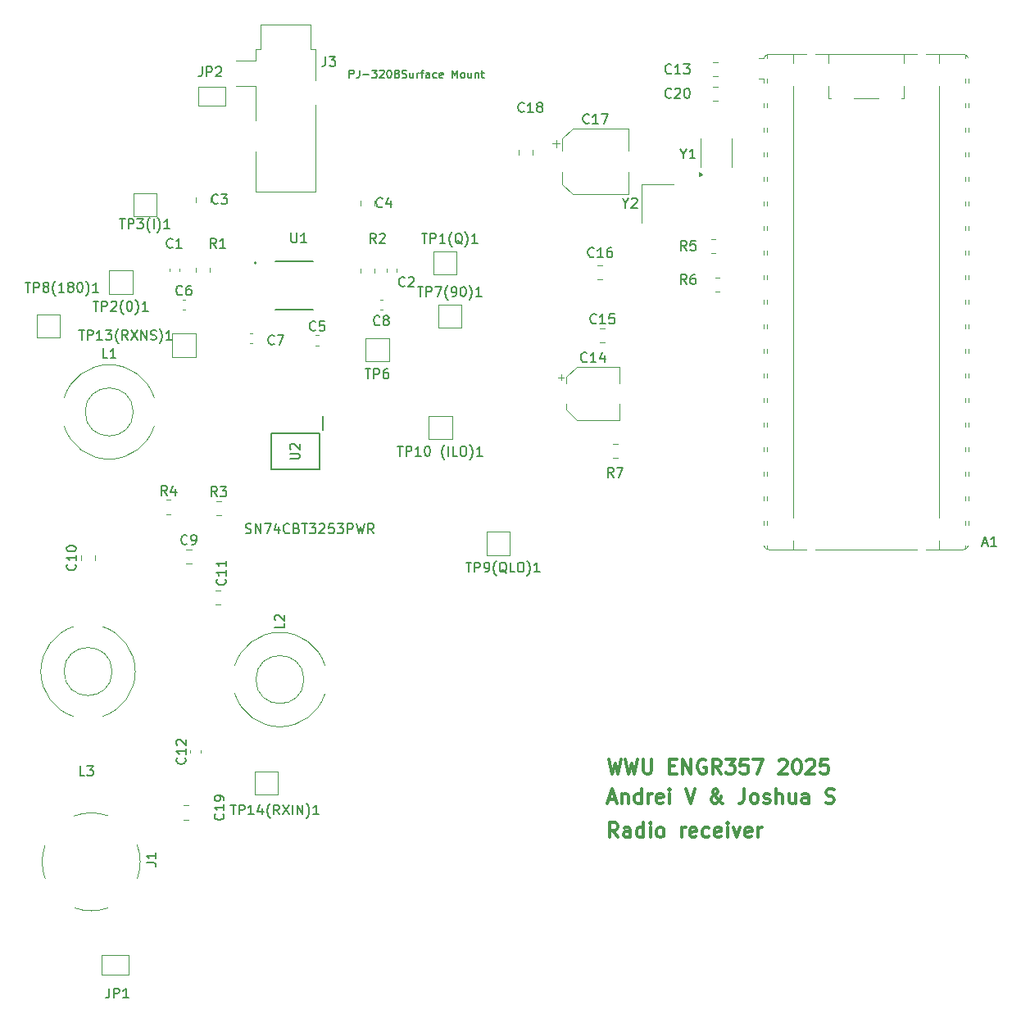
<source format=gbr>
%TF.GenerationSoftware,KiCad,Pcbnew,9.0.1*%
%TF.CreationDate,2025-05-08T16:34:57-07:00*%
%TF.ProjectId,Revision_Board,52657669-7369-46f6-9e5f-426f6172642e,rev?*%
%TF.SameCoordinates,Original*%
%TF.FileFunction,Legend,Top*%
%TF.FilePolarity,Positive*%
%FSLAX46Y46*%
G04 Gerber Fmt 4.6, Leading zero omitted, Abs format (unit mm)*
G04 Created by KiCad (PCBNEW 9.0.1) date 2025-05-08 16:34:57*
%MOMM*%
%LPD*%
G01*
G04 APERTURE LIST*
%ADD10C,0.300000*%
%ADD11C,0.150000*%
%ADD12C,0.120000*%
%ADD13C,0.200000*%
%ADD14C,0.127000*%
G04 APERTURE END LIST*
D10*
X73411653Y-93300828D02*
X72911653Y-92586542D01*
X72554510Y-93300828D02*
X72554510Y-91800828D01*
X72554510Y-91800828D02*
X73125939Y-91800828D01*
X73125939Y-91800828D02*
X73268796Y-91872257D01*
X73268796Y-91872257D02*
X73340225Y-91943685D01*
X73340225Y-91943685D02*
X73411653Y-92086542D01*
X73411653Y-92086542D02*
X73411653Y-92300828D01*
X73411653Y-92300828D02*
X73340225Y-92443685D01*
X73340225Y-92443685D02*
X73268796Y-92515114D01*
X73268796Y-92515114D02*
X73125939Y-92586542D01*
X73125939Y-92586542D02*
X72554510Y-92586542D01*
X74697368Y-93300828D02*
X74697368Y-92515114D01*
X74697368Y-92515114D02*
X74625939Y-92372257D01*
X74625939Y-92372257D02*
X74483082Y-92300828D01*
X74483082Y-92300828D02*
X74197368Y-92300828D01*
X74197368Y-92300828D02*
X74054510Y-92372257D01*
X74697368Y-93229400D02*
X74554510Y-93300828D01*
X74554510Y-93300828D02*
X74197368Y-93300828D01*
X74197368Y-93300828D02*
X74054510Y-93229400D01*
X74054510Y-93229400D02*
X73983082Y-93086542D01*
X73983082Y-93086542D02*
X73983082Y-92943685D01*
X73983082Y-92943685D02*
X74054510Y-92800828D01*
X74054510Y-92800828D02*
X74197368Y-92729400D01*
X74197368Y-92729400D02*
X74554510Y-92729400D01*
X74554510Y-92729400D02*
X74697368Y-92657971D01*
X76054511Y-93300828D02*
X76054511Y-91800828D01*
X76054511Y-93229400D02*
X75911653Y-93300828D01*
X75911653Y-93300828D02*
X75625939Y-93300828D01*
X75625939Y-93300828D02*
X75483082Y-93229400D01*
X75483082Y-93229400D02*
X75411653Y-93157971D01*
X75411653Y-93157971D02*
X75340225Y-93015114D01*
X75340225Y-93015114D02*
X75340225Y-92586542D01*
X75340225Y-92586542D02*
X75411653Y-92443685D01*
X75411653Y-92443685D02*
X75483082Y-92372257D01*
X75483082Y-92372257D02*
X75625939Y-92300828D01*
X75625939Y-92300828D02*
X75911653Y-92300828D01*
X75911653Y-92300828D02*
X76054511Y-92372257D01*
X76768796Y-93300828D02*
X76768796Y-92300828D01*
X76768796Y-91800828D02*
X76697368Y-91872257D01*
X76697368Y-91872257D02*
X76768796Y-91943685D01*
X76768796Y-91943685D02*
X76840225Y-91872257D01*
X76840225Y-91872257D02*
X76768796Y-91800828D01*
X76768796Y-91800828D02*
X76768796Y-91943685D01*
X77697368Y-93300828D02*
X77554511Y-93229400D01*
X77554511Y-93229400D02*
X77483082Y-93157971D01*
X77483082Y-93157971D02*
X77411654Y-93015114D01*
X77411654Y-93015114D02*
X77411654Y-92586542D01*
X77411654Y-92586542D02*
X77483082Y-92443685D01*
X77483082Y-92443685D02*
X77554511Y-92372257D01*
X77554511Y-92372257D02*
X77697368Y-92300828D01*
X77697368Y-92300828D02*
X77911654Y-92300828D01*
X77911654Y-92300828D02*
X78054511Y-92372257D01*
X78054511Y-92372257D02*
X78125940Y-92443685D01*
X78125940Y-92443685D02*
X78197368Y-92586542D01*
X78197368Y-92586542D02*
X78197368Y-93015114D01*
X78197368Y-93015114D02*
X78125940Y-93157971D01*
X78125940Y-93157971D02*
X78054511Y-93229400D01*
X78054511Y-93229400D02*
X77911654Y-93300828D01*
X77911654Y-93300828D02*
X77697368Y-93300828D01*
X79983082Y-93300828D02*
X79983082Y-92300828D01*
X79983082Y-92586542D02*
X80054511Y-92443685D01*
X80054511Y-92443685D02*
X80125940Y-92372257D01*
X80125940Y-92372257D02*
X80268797Y-92300828D01*
X80268797Y-92300828D02*
X80411654Y-92300828D01*
X81483082Y-93229400D02*
X81340225Y-93300828D01*
X81340225Y-93300828D02*
X81054511Y-93300828D01*
X81054511Y-93300828D02*
X80911653Y-93229400D01*
X80911653Y-93229400D02*
X80840225Y-93086542D01*
X80840225Y-93086542D02*
X80840225Y-92515114D01*
X80840225Y-92515114D02*
X80911653Y-92372257D01*
X80911653Y-92372257D02*
X81054511Y-92300828D01*
X81054511Y-92300828D02*
X81340225Y-92300828D01*
X81340225Y-92300828D02*
X81483082Y-92372257D01*
X81483082Y-92372257D02*
X81554511Y-92515114D01*
X81554511Y-92515114D02*
X81554511Y-92657971D01*
X81554511Y-92657971D02*
X80840225Y-92800828D01*
X82840225Y-93229400D02*
X82697367Y-93300828D01*
X82697367Y-93300828D02*
X82411653Y-93300828D01*
X82411653Y-93300828D02*
X82268796Y-93229400D01*
X82268796Y-93229400D02*
X82197367Y-93157971D01*
X82197367Y-93157971D02*
X82125939Y-93015114D01*
X82125939Y-93015114D02*
X82125939Y-92586542D01*
X82125939Y-92586542D02*
X82197367Y-92443685D01*
X82197367Y-92443685D02*
X82268796Y-92372257D01*
X82268796Y-92372257D02*
X82411653Y-92300828D01*
X82411653Y-92300828D02*
X82697367Y-92300828D01*
X82697367Y-92300828D02*
X82840225Y-92372257D01*
X84054510Y-93229400D02*
X83911653Y-93300828D01*
X83911653Y-93300828D02*
X83625939Y-93300828D01*
X83625939Y-93300828D02*
X83483081Y-93229400D01*
X83483081Y-93229400D02*
X83411653Y-93086542D01*
X83411653Y-93086542D02*
X83411653Y-92515114D01*
X83411653Y-92515114D02*
X83483081Y-92372257D01*
X83483081Y-92372257D02*
X83625939Y-92300828D01*
X83625939Y-92300828D02*
X83911653Y-92300828D01*
X83911653Y-92300828D02*
X84054510Y-92372257D01*
X84054510Y-92372257D02*
X84125939Y-92515114D01*
X84125939Y-92515114D02*
X84125939Y-92657971D01*
X84125939Y-92657971D02*
X83411653Y-92800828D01*
X84768795Y-93300828D02*
X84768795Y-92300828D01*
X84768795Y-91800828D02*
X84697367Y-91872257D01*
X84697367Y-91872257D02*
X84768795Y-91943685D01*
X84768795Y-91943685D02*
X84840224Y-91872257D01*
X84840224Y-91872257D02*
X84768795Y-91800828D01*
X84768795Y-91800828D02*
X84768795Y-91943685D01*
X85340224Y-92300828D02*
X85697367Y-93300828D01*
X85697367Y-93300828D02*
X86054510Y-92300828D01*
X87197367Y-93229400D02*
X87054510Y-93300828D01*
X87054510Y-93300828D02*
X86768796Y-93300828D01*
X86768796Y-93300828D02*
X86625938Y-93229400D01*
X86625938Y-93229400D02*
X86554510Y-93086542D01*
X86554510Y-93086542D02*
X86554510Y-92515114D01*
X86554510Y-92515114D02*
X86625938Y-92372257D01*
X86625938Y-92372257D02*
X86768796Y-92300828D01*
X86768796Y-92300828D02*
X87054510Y-92300828D01*
X87054510Y-92300828D02*
X87197367Y-92372257D01*
X87197367Y-92372257D02*
X87268796Y-92515114D01*
X87268796Y-92515114D02*
X87268796Y-92657971D01*
X87268796Y-92657971D02*
X86554510Y-92800828D01*
X87911652Y-93300828D02*
X87911652Y-92300828D01*
X87911652Y-92586542D02*
X87983081Y-92443685D01*
X87983081Y-92443685D02*
X88054510Y-92372257D01*
X88054510Y-92372257D02*
X88197367Y-92300828D01*
X88197367Y-92300828D02*
X88340224Y-92300828D01*
X72486653Y-85233328D02*
X72843796Y-86733328D01*
X72843796Y-86733328D02*
X73129510Y-85661900D01*
X73129510Y-85661900D02*
X73415225Y-86733328D01*
X73415225Y-86733328D02*
X73772368Y-85233328D01*
X74200939Y-85233328D02*
X74558082Y-86733328D01*
X74558082Y-86733328D02*
X74843796Y-85661900D01*
X74843796Y-85661900D02*
X75129511Y-86733328D01*
X75129511Y-86733328D02*
X75486654Y-85233328D01*
X76058082Y-85233328D02*
X76058082Y-86447614D01*
X76058082Y-86447614D02*
X76129511Y-86590471D01*
X76129511Y-86590471D02*
X76200940Y-86661900D01*
X76200940Y-86661900D02*
X76343797Y-86733328D01*
X76343797Y-86733328D02*
X76629511Y-86733328D01*
X76629511Y-86733328D02*
X76772368Y-86661900D01*
X76772368Y-86661900D02*
X76843797Y-86590471D01*
X76843797Y-86590471D02*
X76915225Y-86447614D01*
X76915225Y-86447614D02*
X76915225Y-85233328D01*
X78772368Y-85947614D02*
X79272368Y-85947614D01*
X79486654Y-86733328D02*
X78772368Y-86733328D01*
X78772368Y-86733328D02*
X78772368Y-85233328D01*
X78772368Y-85233328D02*
X79486654Y-85233328D01*
X80129511Y-86733328D02*
X80129511Y-85233328D01*
X80129511Y-85233328D02*
X80986654Y-86733328D01*
X80986654Y-86733328D02*
X80986654Y-85233328D01*
X82486655Y-85304757D02*
X82343798Y-85233328D01*
X82343798Y-85233328D02*
X82129512Y-85233328D01*
X82129512Y-85233328D02*
X81915226Y-85304757D01*
X81915226Y-85304757D02*
X81772369Y-85447614D01*
X81772369Y-85447614D02*
X81700940Y-85590471D01*
X81700940Y-85590471D02*
X81629512Y-85876185D01*
X81629512Y-85876185D02*
X81629512Y-86090471D01*
X81629512Y-86090471D02*
X81700940Y-86376185D01*
X81700940Y-86376185D02*
X81772369Y-86519042D01*
X81772369Y-86519042D02*
X81915226Y-86661900D01*
X81915226Y-86661900D02*
X82129512Y-86733328D01*
X82129512Y-86733328D02*
X82272369Y-86733328D01*
X82272369Y-86733328D02*
X82486655Y-86661900D01*
X82486655Y-86661900D02*
X82558083Y-86590471D01*
X82558083Y-86590471D02*
X82558083Y-86090471D01*
X82558083Y-86090471D02*
X82272369Y-86090471D01*
X84058083Y-86733328D02*
X83558083Y-86019042D01*
X83200940Y-86733328D02*
X83200940Y-85233328D01*
X83200940Y-85233328D02*
X83772369Y-85233328D01*
X83772369Y-85233328D02*
X83915226Y-85304757D01*
X83915226Y-85304757D02*
X83986655Y-85376185D01*
X83986655Y-85376185D02*
X84058083Y-85519042D01*
X84058083Y-85519042D02*
X84058083Y-85733328D01*
X84058083Y-85733328D02*
X83986655Y-85876185D01*
X83986655Y-85876185D02*
X83915226Y-85947614D01*
X83915226Y-85947614D02*
X83772369Y-86019042D01*
X83772369Y-86019042D02*
X83200940Y-86019042D01*
X84558083Y-85233328D02*
X85486655Y-85233328D01*
X85486655Y-85233328D02*
X84986655Y-85804757D01*
X84986655Y-85804757D02*
X85200940Y-85804757D01*
X85200940Y-85804757D02*
X85343798Y-85876185D01*
X85343798Y-85876185D02*
X85415226Y-85947614D01*
X85415226Y-85947614D02*
X85486655Y-86090471D01*
X85486655Y-86090471D02*
X85486655Y-86447614D01*
X85486655Y-86447614D02*
X85415226Y-86590471D01*
X85415226Y-86590471D02*
X85343798Y-86661900D01*
X85343798Y-86661900D02*
X85200940Y-86733328D01*
X85200940Y-86733328D02*
X84772369Y-86733328D01*
X84772369Y-86733328D02*
X84629512Y-86661900D01*
X84629512Y-86661900D02*
X84558083Y-86590471D01*
X86843797Y-85233328D02*
X86129511Y-85233328D01*
X86129511Y-85233328D02*
X86058083Y-85947614D01*
X86058083Y-85947614D02*
X86129511Y-85876185D01*
X86129511Y-85876185D02*
X86272369Y-85804757D01*
X86272369Y-85804757D02*
X86629511Y-85804757D01*
X86629511Y-85804757D02*
X86772369Y-85876185D01*
X86772369Y-85876185D02*
X86843797Y-85947614D01*
X86843797Y-85947614D02*
X86915226Y-86090471D01*
X86915226Y-86090471D02*
X86915226Y-86447614D01*
X86915226Y-86447614D02*
X86843797Y-86590471D01*
X86843797Y-86590471D02*
X86772369Y-86661900D01*
X86772369Y-86661900D02*
X86629511Y-86733328D01*
X86629511Y-86733328D02*
X86272369Y-86733328D01*
X86272369Y-86733328D02*
X86129511Y-86661900D01*
X86129511Y-86661900D02*
X86058083Y-86590471D01*
X87415225Y-85233328D02*
X88415225Y-85233328D01*
X88415225Y-85233328D02*
X87772368Y-86733328D01*
X90058082Y-85376185D02*
X90129510Y-85304757D01*
X90129510Y-85304757D02*
X90272368Y-85233328D01*
X90272368Y-85233328D02*
X90629510Y-85233328D01*
X90629510Y-85233328D02*
X90772368Y-85304757D01*
X90772368Y-85304757D02*
X90843796Y-85376185D01*
X90843796Y-85376185D02*
X90915225Y-85519042D01*
X90915225Y-85519042D02*
X90915225Y-85661900D01*
X90915225Y-85661900D02*
X90843796Y-85876185D01*
X90843796Y-85876185D02*
X89986653Y-86733328D01*
X89986653Y-86733328D02*
X90915225Y-86733328D01*
X91843796Y-85233328D02*
X91986653Y-85233328D01*
X91986653Y-85233328D02*
X92129510Y-85304757D01*
X92129510Y-85304757D02*
X92200939Y-85376185D01*
X92200939Y-85376185D02*
X92272367Y-85519042D01*
X92272367Y-85519042D02*
X92343796Y-85804757D01*
X92343796Y-85804757D02*
X92343796Y-86161900D01*
X92343796Y-86161900D02*
X92272367Y-86447614D01*
X92272367Y-86447614D02*
X92200939Y-86590471D01*
X92200939Y-86590471D02*
X92129510Y-86661900D01*
X92129510Y-86661900D02*
X91986653Y-86733328D01*
X91986653Y-86733328D02*
X91843796Y-86733328D01*
X91843796Y-86733328D02*
X91700939Y-86661900D01*
X91700939Y-86661900D02*
X91629510Y-86590471D01*
X91629510Y-86590471D02*
X91558081Y-86447614D01*
X91558081Y-86447614D02*
X91486653Y-86161900D01*
X91486653Y-86161900D02*
X91486653Y-85804757D01*
X91486653Y-85804757D02*
X91558081Y-85519042D01*
X91558081Y-85519042D02*
X91629510Y-85376185D01*
X91629510Y-85376185D02*
X91700939Y-85304757D01*
X91700939Y-85304757D02*
X91843796Y-85233328D01*
X92915224Y-85376185D02*
X92986652Y-85304757D01*
X92986652Y-85304757D02*
X93129510Y-85233328D01*
X93129510Y-85233328D02*
X93486652Y-85233328D01*
X93486652Y-85233328D02*
X93629510Y-85304757D01*
X93629510Y-85304757D02*
X93700938Y-85376185D01*
X93700938Y-85376185D02*
X93772367Y-85519042D01*
X93772367Y-85519042D02*
X93772367Y-85661900D01*
X93772367Y-85661900D02*
X93700938Y-85876185D01*
X93700938Y-85876185D02*
X92843795Y-86733328D01*
X92843795Y-86733328D02*
X93772367Y-86733328D01*
X95129509Y-85233328D02*
X94415223Y-85233328D01*
X94415223Y-85233328D02*
X94343795Y-85947614D01*
X94343795Y-85947614D02*
X94415223Y-85876185D01*
X94415223Y-85876185D02*
X94558081Y-85804757D01*
X94558081Y-85804757D02*
X94915223Y-85804757D01*
X94915223Y-85804757D02*
X95058081Y-85876185D01*
X95058081Y-85876185D02*
X95129509Y-85947614D01*
X95129509Y-85947614D02*
X95200938Y-86090471D01*
X95200938Y-86090471D02*
X95200938Y-86447614D01*
X95200938Y-86447614D02*
X95129509Y-86590471D01*
X95129509Y-86590471D02*
X95058081Y-86661900D01*
X95058081Y-86661900D02*
X94915223Y-86733328D01*
X94915223Y-86733328D02*
X94558081Y-86733328D01*
X94558081Y-86733328D02*
X94415223Y-86661900D01*
X94415223Y-86661900D02*
X94343795Y-86590471D01*
X72483082Y-89372257D02*
X73197368Y-89372257D01*
X72340225Y-89800828D02*
X72840225Y-88300828D01*
X72840225Y-88300828D02*
X73340225Y-89800828D01*
X73840224Y-88800828D02*
X73840224Y-89800828D01*
X73840224Y-88943685D02*
X73911653Y-88872257D01*
X73911653Y-88872257D02*
X74054510Y-88800828D01*
X74054510Y-88800828D02*
X74268796Y-88800828D01*
X74268796Y-88800828D02*
X74411653Y-88872257D01*
X74411653Y-88872257D02*
X74483082Y-89015114D01*
X74483082Y-89015114D02*
X74483082Y-89800828D01*
X75840225Y-89800828D02*
X75840225Y-88300828D01*
X75840225Y-89729400D02*
X75697367Y-89800828D01*
X75697367Y-89800828D02*
X75411653Y-89800828D01*
X75411653Y-89800828D02*
X75268796Y-89729400D01*
X75268796Y-89729400D02*
X75197367Y-89657971D01*
X75197367Y-89657971D02*
X75125939Y-89515114D01*
X75125939Y-89515114D02*
X75125939Y-89086542D01*
X75125939Y-89086542D02*
X75197367Y-88943685D01*
X75197367Y-88943685D02*
X75268796Y-88872257D01*
X75268796Y-88872257D02*
X75411653Y-88800828D01*
X75411653Y-88800828D02*
X75697367Y-88800828D01*
X75697367Y-88800828D02*
X75840225Y-88872257D01*
X76554510Y-89800828D02*
X76554510Y-88800828D01*
X76554510Y-89086542D02*
X76625939Y-88943685D01*
X76625939Y-88943685D02*
X76697368Y-88872257D01*
X76697368Y-88872257D02*
X76840225Y-88800828D01*
X76840225Y-88800828D02*
X76983082Y-88800828D01*
X78054510Y-89729400D02*
X77911653Y-89800828D01*
X77911653Y-89800828D02*
X77625939Y-89800828D01*
X77625939Y-89800828D02*
X77483081Y-89729400D01*
X77483081Y-89729400D02*
X77411653Y-89586542D01*
X77411653Y-89586542D02*
X77411653Y-89015114D01*
X77411653Y-89015114D02*
X77483081Y-88872257D01*
X77483081Y-88872257D02*
X77625939Y-88800828D01*
X77625939Y-88800828D02*
X77911653Y-88800828D01*
X77911653Y-88800828D02*
X78054510Y-88872257D01*
X78054510Y-88872257D02*
X78125939Y-89015114D01*
X78125939Y-89015114D02*
X78125939Y-89157971D01*
X78125939Y-89157971D02*
X77411653Y-89300828D01*
X78768795Y-89800828D02*
X78768795Y-88800828D01*
X78768795Y-88300828D02*
X78697367Y-88372257D01*
X78697367Y-88372257D02*
X78768795Y-88443685D01*
X78768795Y-88443685D02*
X78840224Y-88372257D01*
X78840224Y-88372257D02*
X78768795Y-88300828D01*
X78768795Y-88300828D02*
X78768795Y-88443685D01*
X80411653Y-88300828D02*
X80911653Y-89800828D01*
X80911653Y-89800828D02*
X81411653Y-88300828D01*
X84268795Y-89800828D02*
X84197367Y-89800828D01*
X84197367Y-89800828D02*
X84054509Y-89729400D01*
X84054509Y-89729400D02*
X83840224Y-89515114D01*
X83840224Y-89515114D02*
X83483081Y-89086542D01*
X83483081Y-89086542D02*
X83340224Y-88872257D01*
X83340224Y-88872257D02*
X83268795Y-88657971D01*
X83268795Y-88657971D02*
X83268795Y-88515114D01*
X83268795Y-88515114D02*
X83340224Y-88372257D01*
X83340224Y-88372257D02*
X83483081Y-88300828D01*
X83483081Y-88300828D02*
X83554509Y-88300828D01*
X83554509Y-88300828D02*
X83697367Y-88372257D01*
X83697367Y-88372257D02*
X83768795Y-88515114D01*
X83768795Y-88515114D02*
X83768795Y-88586542D01*
X83768795Y-88586542D02*
X83697367Y-88729400D01*
X83697367Y-88729400D02*
X83625938Y-88800828D01*
X83625938Y-88800828D02*
X83197367Y-89086542D01*
X83197367Y-89086542D02*
X83125938Y-89157971D01*
X83125938Y-89157971D02*
X83054509Y-89300828D01*
X83054509Y-89300828D02*
X83054509Y-89515114D01*
X83054509Y-89515114D02*
X83125938Y-89657971D01*
X83125938Y-89657971D02*
X83197367Y-89729400D01*
X83197367Y-89729400D02*
X83340224Y-89800828D01*
X83340224Y-89800828D02*
X83554509Y-89800828D01*
X83554509Y-89800828D02*
X83697367Y-89729400D01*
X83697367Y-89729400D02*
X83768795Y-89657971D01*
X83768795Y-89657971D02*
X83983081Y-89372257D01*
X83983081Y-89372257D02*
X84054509Y-89157971D01*
X84054509Y-89157971D02*
X84054509Y-89015114D01*
X86483081Y-88300828D02*
X86483081Y-89372257D01*
X86483081Y-89372257D02*
X86411652Y-89586542D01*
X86411652Y-89586542D02*
X86268795Y-89729400D01*
X86268795Y-89729400D02*
X86054509Y-89800828D01*
X86054509Y-89800828D02*
X85911652Y-89800828D01*
X87411652Y-89800828D02*
X87268795Y-89729400D01*
X87268795Y-89729400D02*
X87197366Y-89657971D01*
X87197366Y-89657971D02*
X87125938Y-89515114D01*
X87125938Y-89515114D02*
X87125938Y-89086542D01*
X87125938Y-89086542D02*
X87197366Y-88943685D01*
X87197366Y-88943685D02*
X87268795Y-88872257D01*
X87268795Y-88872257D02*
X87411652Y-88800828D01*
X87411652Y-88800828D02*
X87625938Y-88800828D01*
X87625938Y-88800828D02*
X87768795Y-88872257D01*
X87768795Y-88872257D02*
X87840224Y-88943685D01*
X87840224Y-88943685D02*
X87911652Y-89086542D01*
X87911652Y-89086542D02*
X87911652Y-89515114D01*
X87911652Y-89515114D02*
X87840224Y-89657971D01*
X87840224Y-89657971D02*
X87768795Y-89729400D01*
X87768795Y-89729400D02*
X87625938Y-89800828D01*
X87625938Y-89800828D02*
X87411652Y-89800828D01*
X88483081Y-89729400D02*
X88625938Y-89800828D01*
X88625938Y-89800828D02*
X88911652Y-89800828D01*
X88911652Y-89800828D02*
X89054509Y-89729400D01*
X89054509Y-89729400D02*
X89125938Y-89586542D01*
X89125938Y-89586542D02*
X89125938Y-89515114D01*
X89125938Y-89515114D02*
X89054509Y-89372257D01*
X89054509Y-89372257D02*
X88911652Y-89300828D01*
X88911652Y-89300828D02*
X88697367Y-89300828D01*
X88697367Y-89300828D02*
X88554509Y-89229400D01*
X88554509Y-89229400D02*
X88483081Y-89086542D01*
X88483081Y-89086542D02*
X88483081Y-89015114D01*
X88483081Y-89015114D02*
X88554509Y-88872257D01*
X88554509Y-88872257D02*
X88697367Y-88800828D01*
X88697367Y-88800828D02*
X88911652Y-88800828D01*
X88911652Y-88800828D02*
X89054509Y-88872257D01*
X89768795Y-89800828D02*
X89768795Y-88300828D01*
X90411653Y-89800828D02*
X90411653Y-89015114D01*
X90411653Y-89015114D02*
X90340224Y-88872257D01*
X90340224Y-88872257D02*
X90197367Y-88800828D01*
X90197367Y-88800828D02*
X89983081Y-88800828D01*
X89983081Y-88800828D02*
X89840224Y-88872257D01*
X89840224Y-88872257D02*
X89768795Y-88943685D01*
X91768796Y-88800828D02*
X91768796Y-89800828D01*
X91125938Y-88800828D02*
X91125938Y-89586542D01*
X91125938Y-89586542D02*
X91197367Y-89729400D01*
X91197367Y-89729400D02*
X91340224Y-89800828D01*
X91340224Y-89800828D02*
X91554510Y-89800828D01*
X91554510Y-89800828D02*
X91697367Y-89729400D01*
X91697367Y-89729400D02*
X91768796Y-89657971D01*
X93125939Y-89800828D02*
X93125939Y-89015114D01*
X93125939Y-89015114D02*
X93054510Y-88872257D01*
X93054510Y-88872257D02*
X92911653Y-88800828D01*
X92911653Y-88800828D02*
X92625939Y-88800828D01*
X92625939Y-88800828D02*
X92483081Y-88872257D01*
X93125939Y-89729400D02*
X92983081Y-89800828D01*
X92983081Y-89800828D02*
X92625939Y-89800828D01*
X92625939Y-89800828D02*
X92483081Y-89729400D01*
X92483081Y-89729400D02*
X92411653Y-89586542D01*
X92411653Y-89586542D02*
X92411653Y-89443685D01*
X92411653Y-89443685D02*
X92483081Y-89300828D01*
X92483081Y-89300828D02*
X92625939Y-89229400D01*
X92625939Y-89229400D02*
X92983081Y-89229400D01*
X92983081Y-89229400D02*
X93125939Y-89157971D01*
X94911653Y-89729400D02*
X95125939Y-89800828D01*
X95125939Y-89800828D02*
X95483081Y-89800828D01*
X95483081Y-89800828D02*
X95625939Y-89729400D01*
X95625939Y-89729400D02*
X95697367Y-89657971D01*
X95697367Y-89657971D02*
X95768796Y-89515114D01*
X95768796Y-89515114D02*
X95768796Y-89372257D01*
X95768796Y-89372257D02*
X95697367Y-89229400D01*
X95697367Y-89229400D02*
X95625939Y-89157971D01*
X95625939Y-89157971D02*
X95483081Y-89086542D01*
X95483081Y-89086542D02*
X95197367Y-89015114D01*
X95197367Y-89015114D02*
X95054510Y-88943685D01*
X95054510Y-88943685D02*
X94983081Y-88872257D01*
X94983081Y-88872257D02*
X94911653Y-88729400D01*
X94911653Y-88729400D02*
X94911653Y-88586542D01*
X94911653Y-88586542D02*
X94983081Y-88443685D01*
X94983081Y-88443685D02*
X95054510Y-88372257D01*
X95054510Y-88372257D02*
X95197367Y-88300828D01*
X95197367Y-88300828D02*
X95554510Y-88300828D01*
X95554510Y-88300828D02*
X95768796Y-88372257D01*
D11*
X32010833Y-58072319D02*
X31677500Y-57596128D01*
X31439405Y-58072319D02*
X31439405Y-57072319D01*
X31439405Y-57072319D02*
X31820357Y-57072319D01*
X31820357Y-57072319D02*
X31915595Y-57119938D01*
X31915595Y-57119938D02*
X31963214Y-57167557D01*
X31963214Y-57167557D02*
X32010833Y-57262795D01*
X32010833Y-57262795D02*
X32010833Y-57405652D01*
X32010833Y-57405652D02*
X31963214Y-57500890D01*
X31963214Y-57500890D02*
X31915595Y-57548509D01*
X31915595Y-57548509D02*
X31820357Y-57596128D01*
X31820357Y-57596128D02*
X31439405Y-57596128D01*
X32344167Y-57072319D02*
X32963214Y-57072319D01*
X32963214Y-57072319D02*
X32629881Y-57453271D01*
X32629881Y-57453271D02*
X32772738Y-57453271D01*
X32772738Y-57453271D02*
X32867976Y-57500890D01*
X32867976Y-57500890D02*
X32915595Y-57548509D01*
X32915595Y-57548509D02*
X32963214Y-57643747D01*
X32963214Y-57643747D02*
X32963214Y-57881842D01*
X32963214Y-57881842D02*
X32915595Y-57977080D01*
X32915595Y-57977080D02*
X32867976Y-58024700D01*
X32867976Y-58024700D02*
X32772738Y-58072319D01*
X32772738Y-58072319D02*
X32487024Y-58072319D01*
X32487024Y-58072319D02*
X32391786Y-58024700D01*
X32391786Y-58024700D02*
X32344167Y-57977080D01*
X72958333Y-56087319D02*
X72625000Y-55611128D01*
X72386905Y-56087319D02*
X72386905Y-55087319D01*
X72386905Y-55087319D02*
X72767857Y-55087319D01*
X72767857Y-55087319D02*
X72863095Y-55134938D01*
X72863095Y-55134938D02*
X72910714Y-55182557D01*
X72910714Y-55182557D02*
X72958333Y-55277795D01*
X72958333Y-55277795D02*
X72958333Y-55420652D01*
X72958333Y-55420652D02*
X72910714Y-55515890D01*
X72910714Y-55515890D02*
X72863095Y-55563509D01*
X72863095Y-55563509D02*
X72767857Y-55611128D01*
X72767857Y-55611128D02*
X72386905Y-55611128D01*
X73291667Y-55087319D02*
X73958333Y-55087319D01*
X73958333Y-55087319D02*
X73529762Y-56087319D01*
X12166666Y-35954819D02*
X12738094Y-35954819D01*
X12452380Y-36954819D02*
X12452380Y-35954819D01*
X13071428Y-36954819D02*
X13071428Y-35954819D01*
X13071428Y-35954819D02*
X13452380Y-35954819D01*
X13452380Y-35954819D02*
X13547618Y-36002438D01*
X13547618Y-36002438D02*
X13595237Y-36050057D01*
X13595237Y-36050057D02*
X13642856Y-36145295D01*
X13642856Y-36145295D02*
X13642856Y-36288152D01*
X13642856Y-36288152D02*
X13595237Y-36383390D01*
X13595237Y-36383390D02*
X13547618Y-36431009D01*
X13547618Y-36431009D02*
X13452380Y-36478628D01*
X13452380Y-36478628D02*
X13071428Y-36478628D01*
X14214285Y-36383390D02*
X14119047Y-36335771D01*
X14119047Y-36335771D02*
X14071428Y-36288152D01*
X14071428Y-36288152D02*
X14023809Y-36192914D01*
X14023809Y-36192914D02*
X14023809Y-36145295D01*
X14023809Y-36145295D02*
X14071428Y-36050057D01*
X14071428Y-36050057D02*
X14119047Y-36002438D01*
X14119047Y-36002438D02*
X14214285Y-35954819D01*
X14214285Y-35954819D02*
X14404761Y-35954819D01*
X14404761Y-35954819D02*
X14499999Y-36002438D01*
X14499999Y-36002438D02*
X14547618Y-36050057D01*
X14547618Y-36050057D02*
X14595237Y-36145295D01*
X14595237Y-36145295D02*
X14595237Y-36192914D01*
X14595237Y-36192914D02*
X14547618Y-36288152D01*
X14547618Y-36288152D02*
X14499999Y-36335771D01*
X14499999Y-36335771D02*
X14404761Y-36383390D01*
X14404761Y-36383390D02*
X14214285Y-36383390D01*
X14214285Y-36383390D02*
X14119047Y-36431009D01*
X14119047Y-36431009D02*
X14071428Y-36478628D01*
X14071428Y-36478628D02*
X14023809Y-36573866D01*
X14023809Y-36573866D02*
X14023809Y-36764342D01*
X14023809Y-36764342D02*
X14071428Y-36859580D01*
X14071428Y-36859580D02*
X14119047Y-36907200D01*
X14119047Y-36907200D02*
X14214285Y-36954819D01*
X14214285Y-36954819D02*
X14404761Y-36954819D01*
X14404761Y-36954819D02*
X14499999Y-36907200D01*
X14499999Y-36907200D02*
X14547618Y-36859580D01*
X14547618Y-36859580D02*
X14595237Y-36764342D01*
X14595237Y-36764342D02*
X14595237Y-36573866D01*
X14595237Y-36573866D02*
X14547618Y-36478628D01*
X14547618Y-36478628D02*
X14499999Y-36431009D01*
X14499999Y-36431009D02*
X14404761Y-36383390D01*
X15309523Y-37335771D02*
X15261904Y-37288152D01*
X15261904Y-37288152D02*
X15166666Y-37145295D01*
X15166666Y-37145295D02*
X15119047Y-37050057D01*
X15119047Y-37050057D02*
X15071428Y-36907200D01*
X15071428Y-36907200D02*
X15023809Y-36669104D01*
X15023809Y-36669104D02*
X15023809Y-36478628D01*
X15023809Y-36478628D02*
X15071428Y-36240533D01*
X15071428Y-36240533D02*
X15119047Y-36097676D01*
X15119047Y-36097676D02*
X15166666Y-36002438D01*
X15166666Y-36002438D02*
X15261904Y-35859580D01*
X15261904Y-35859580D02*
X15309523Y-35811961D01*
X16214285Y-36954819D02*
X15642857Y-36954819D01*
X15928571Y-36954819D02*
X15928571Y-35954819D01*
X15928571Y-35954819D02*
X15833333Y-36097676D01*
X15833333Y-36097676D02*
X15738095Y-36192914D01*
X15738095Y-36192914D02*
X15642857Y-36240533D01*
X16785714Y-36383390D02*
X16690476Y-36335771D01*
X16690476Y-36335771D02*
X16642857Y-36288152D01*
X16642857Y-36288152D02*
X16595238Y-36192914D01*
X16595238Y-36192914D02*
X16595238Y-36145295D01*
X16595238Y-36145295D02*
X16642857Y-36050057D01*
X16642857Y-36050057D02*
X16690476Y-36002438D01*
X16690476Y-36002438D02*
X16785714Y-35954819D01*
X16785714Y-35954819D02*
X16976190Y-35954819D01*
X16976190Y-35954819D02*
X17071428Y-36002438D01*
X17071428Y-36002438D02*
X17119047Y-36050057D01*
X17119047Y-36050057D02*
X17166666Y-36145295D01*
X17166666Y-36145295D02*
X17166666Y-36192914D01*
X17166666Y-36192914D02*
X17119047Y-36288152D01*
X17119047Y-36288152D02*
X17071428Y-36335771D01*
X17071428Y-36335771D02*
X16976190Y-36383390D01*
X16976190Y-36383390D02*
X16785714Y-36383390D01*
X16785714Y-36383390D02*
X16690476Y-36431009D01*
X16690476Y-36431009D02*
X16642857Y-36478628D01*
X16642857Y-36478628D02*
X16595238Y-36573866D01*
X16595238Y-36573866D02*
X16595238Y-36764342D01*
X16595238Y-36764342D02*
X16642857Y-36859580D01*
X16642857Y-36859580D02*
X16690476Y-36907200D01*
X16690476Y-36907200D02*
X16785714Y-36954819D01*
X16785714Y-36954819D02*
X16976190Y-36954819D01*
X16976190Y-36954819D02*
X17071428Y-36907200D01*
X17071428Y-36907200D02*
X17119047Y-36859580D01*
X17119047Y-36859580D02*
X17166666Y-36764342D01*
X17166666Y-36764342D02*
X17166666Y-36573866D01*
X17166666Y-36573866D02*
X17119047Y-36478628D01*
X17119047Y-36478628D02*
X17071428Y-36431009D01*
X17071428Y-36431009D02*
X16976190Y-36383390D01*
X17785714Y-35954819D02*
X17880952Y-35954819D01*
X17880952Y-35954819D02*
X17976190Y-36002438D01*
X17976190Y-36002438D02*
X18023809Y-36050057D01*
X18023809Y-36050057D02*
X18071428Y-36145295D01*
X18071428Y-36145295D02*
X18119047Y-36335771D01*
X18119047Y-36335771D02*
X18119047Y-36573866D01*
X18119047Y-36573866D02*
X18071428Y-36764342D01*
X18071428Y-36764342D02*
X18023809Y-36859580D01*
X18023809Y-36859580D02*
X17976190Y-36907200D01*
X17976190Y-36907200D02*
X17880952Y-36954819D01*
X17880952Y-36954819D02*
X17785714Y-36954819D01*
X17785714Y-36954819D02*
X17690476Y-36907200D01*
X17690476Y-36907200D02*
X17642857Y-36859580D01*
X17642857Y-36859580D02*
X17595238Y-36764342D01*
X17595238Y-36764342D02*
X17547619Y-36573866D01*
X17547619Y-36573866D02*
X17547619Y-36335771D01*
X17547619Y-36335771D02*
X17595238Y-36145295D01*
X17595238Y-36145295D02*
X17642857Y-36050057D01*
X17642857Y-36050057D02*
X17690476Y-36002438D01*
X17690476Y-36002438D02*
X17785714Y-35954819D01*
X18452381Y-37335771D02*
X18500000Y-37288152D01*
X18500000Y-37288152D02*
X18595238Y-37145295D01*
X18595238Y-37145295D02*
X18642857Y-37050057D01*
X18642857Y-37050057D02*
X18690476Y-36907200D01*
X18690476Y-36907200D02*
X18738095Y-36669104D01*
X18738095Y-36669104D02*
X18738095Y-36478628D01*
X18738095Y-36478628D02*
X18690476Y-36240533D01*
X18690476Y-36240533D02*
X18642857Y-36097676D01*
X18642857Y-36097676D02*
X18595238Y-36002438D01*
X18595238Y-36002438D02*
X18500000Y-35859580D01*
X18500000Y-35859580D02*
X18452381Y-35811961D01*
X19738095Y-36954819D02*
X19166667Y-36954819D01*
X19452381Y-36954819D02*
X19452381Y-35954819D01*
X19452381Y-35954819D02*
X19357143Y-36097676D01*
X19357143Y-36097676D02*
X19261905Y-36192914D01*
X19261905Y-36192914D02*
X19166667Y-36240533D01*
X17354580Y-65087857D02*
X17402200Y-65135476D01*
X17402200Y-65135476D02*
X17449819Y-65278333D01*
X17449819Y-65278333D02*
X17449819Y-65373571D01*
X17449819Y-65373571D02*
X17402200Y-65516428D01*
X17402200Y-65516428D02*
X17306961Y-65611666D01*
X17306961Y-65611666D02*
X17211723Y-65659285D01*
X17211723Y-65659285D02*
X17021247Y-65706904D01*
X17021247Y-65706904D02*
X16878390Y-65706904D01*
X16878390Y-65706904D02*
X16687914Y-65659285D01*
X16687914Y-65659285D02*
X16592676Y-65611666D01*
X16592676Y-65611666D02*
X16497438Y-65516428D01*
X16497438Y-65516428D02*
X16449819Y-65373571D01*
X16449819Y-65373571D02*
X16449819Y-65278333D01*
X16449819Y-65278333D02*
X16497438Y-65135476D01*
X16497438Y-65135476D02*
X16545057Y-65087857D01*
X17449819Y-64135476D02*
X17449819Y-64706904D01*
X17449819Y-64421190D02*
X16449819Y-64421190D01*
X16449819Y-64421190D02*
X16592676Y-64516428D01*
X16592676Y-64516428D02*
X16687914Y-64611666D01*
X16687914Y-64611666D02*
X16735533Y-64706904D01*
X16449819Y-63516428D02*
X16449819Y-63421190D01*
X16449819Y-63421190D02*
X16497438Y-63325952D01*
X16497438Y-63325952D02*
X16545057Y-63278333D01*
X16545057Y-63278333D02*
X16640295Y-63230714D01*
X16640295Y-63230714D02*
X16830771Y-63183095D01*
X16830771Y-63183095D02*
X17068866Y-63183095D01*
X17068866Y-63183095D02*
X17259342Y-63230714D01*
X17259342Y-63230714D02*
X17354580Y-63278333D01*
X17354580Y-63278333D02*
X17402200Y-63325952D01*
X17402200Y-63325952D02*
X17449819Y-63421190D01*
X17449819Y-63421190D02*
X17449819Y-63516428D01*
X17449819Y-63516428D02*
X17402200Y-63611666D01*
X17402200Y-63611666D02*
X17354580Y-63659285D01*
X17354580Y-63659285D02*
X17259342Y-63706904D01*
X17259342Y-63706904D02*
X17068866Y-63754523D01*
X17068866Y-63754523D02*
X16830771Y-63754523D01*
X16830771Y-63754523D02*
X16640295Y-63706904D01*
X16640295Y-63706904D02*
X16545057Y-63659285D01*
X16545057Y-63659285D02*
X16497438Y-63611666D01*
X16497438Y-63611666D02*
X16449819Y-63516428D01*
X32629580Y-90872857D02*
X32677200Y-90920476D01*
X32677200Y-90920476D02*
X32724819Y-91063333D01*
X32724819Y-91063333D02*
X32724819Y-91158571D01*
X32724819Y-91158571D02*
X32677200Y-91301428D01*
X32677200Y-91301428D02*
X32581961Y-91396666D01*
X32581961Y-91396666D02*
X32486723Y-91444285D01*
X32486723Y-91444285D02*
X32296247Y-91491904D01*
X32296247Y-91491904D02*
X32153390Y-91491904D01*
X32153390Y-91491904D02*
X31962914Y-91444285D01*
X31962914Y-91444285D02*
X31867676Y-91396666D01*
X31867676Y-91396666D02*
X31772438Y-91301428D01*
X31772438Y-91301428D02*
X31724819Y-91158571D01*
X31724819Y-91158571D02*
X31724819Y-91063333D01*
X31724819Y-91063333D02*
X31772438Y-90920476D01*
X31772438Y-90920476D02*
X31820057Y-90872857D01*
X32724819Y-89920476D02*
X32724819Y-90491904D01*
X32724819Y-90206190D02*
X31724819Y-90206190D01*
X31724819Y-90206190D02*
X31867676Y-90301428D01*
X31867676Y-90301428D02*
X31962914Y-90396666D01*
X31962914Y-90396666D02*
X32010533Y-90491904D01*
X32724819Y-89444285D02*
X32724819Y-89253809D01*
X32724819Y-89253809D02*
X32677200Y-89158571D01*
X32677200Y-89158571D02*
X32629580Y-89110952D01*
X32629580Y-89110952D02*
X32486723Y-89015714D01*
X32486723Y-89015714D02*
X32296247Y-88968095D01*
X32296247Y-88968095D02*
X31915295Y-88968095D01*
X31915295Y-88968095D02*
X31820057Y-89015714D01*
X31820057Y-89015714D02*
X31772438Y-89063333D01*
X31772438Y-89063333D02*
X31724819Y-89158571D01*
X31724819Y-89158571D02*
X31724819Y-89349047D01*
X31724819Y-89349047D02*
X31772438Y-89444285D01*
X31772438Y-89444285D02*
X31820057Y-89491904D01*
X31820057Y-89491904D02*
X31915295Y-89539523D01*
X31915295Y-89539523D02*
X32153390Y-89539523D01*
X32153390Y-89539523D02*
X32248628Y-89491904D01*
X32248628Y-89491904D02*
X32296247Y-89444285D01*
X32296247Y-89444285D02*
X32343866Y-89349047D01*
X32343866Y-89349047D02*
X32343866Y-89158571D01*
X32343866Y-89158571D02*
X32296247Y-89063333D01*
X32296247Y-89063333D02*
X32248628Y-89015714D01*
X32248628Y-89015714D02*
X32153390Y-88968095D01*
X42183333Y-40862080D02*
X42135714Y-40909700D01*
X42135714Y-40909700D02*
X41992857Y-40957319D01*
X41992857Y-40957319D02*
X41897619Y-40957319D01*
X41897619Y-40957319D02*
X41754762Y-40909700D01*
X41754762Y-40909700D02*
X41659524Y-40814461D01*
X41659524Y-40814461D02*
X41611905Y-40719223D01*
X41611905Y-40719223D02*
X41564286Y-40528747D01*
X41564286Y-40528747D02*
X41564286Y-40385890D01*
X41564286Y-40385890D02*
X41611905Y-40195414D01*
X41611905Y-40195414D02*
X41659524Y-40100176D01*
X41659524Y-40100176D02*
X41754762Y-40004938D01*
X41754762Y-40004938D02*
X41897619Y-39957319D01*
X41897619Y-39957319D02*
X41992857Y-39957319D01*
X41992857Y-39957319D02*
X42135714Y-40004938D01*
X42135714Y-40004938D02*
X42183333Y-40052557D01*
X43088095Y-39957319D02*
X42611905Y-39957319D01*
X42611905Y-39957319D02*
X42564286Y-40433509D01*
X42564286Y-40433509D02*
X42611905Y-40385890D01*
X42611905Y-40385890D02*
X42707143Y-40338271D01*
X42707143Y-40338271D02*
X42945238Y-40338271D01*
X42945238Y-40338271D02*
X43040476Y-40385890D01*
X43040476Y-40385890D02*
X43088095Y-40433509D01*
X43088095Y-40433509D02*
X43135714Y-40528747D01*
X43135714Y-40528747D02*
X43135714Y-40766842D01*
X43135714Y-40766842D02*
X43088095Y-40862080D01*
X43088095Y-40862080D02*
X43040476Y-40909700D01*
X43040476Y-40909700D02*
X42945238Y-40957319D01*
X42945238Y-40957319D02*
X42707143Y-40957319D01*
X42707143Y-40957319D02*
X42611905Y-40909700D01*
X42611905Y-40909700D02*
X42564286Y-40862080D01*
X48408333Y-31887319D02*
X48075000Y-31411128D01*
X47836905Y-31887319D02*
X47836905Y-30887319D01*
X47836905Y-30887319D02*
X48217857Y-30887319D01*
X48217857Y-30887319D02*
X48313095Y-30934938D01*
X48313095Y-30934938D02*
X48360714Y-30982557D01*
X48360714Y-30982557D02*
X48408333Y-31077795D01*
X48408333Y-31077795D02*
X48408333Y-31220652D01*
X48408333Y-31220652D02*
X48360714Y-31315890D01*
X48360714Y-31315890D02*
X48313095Y-31363509D01*
X48313095Y-31363509D02*
X48217857Y-31411128D01*
X48217857Y-31411128D02*
X47836905Y-31411128D01*
X48789286Y-30982557D02*
X48836905Y-30934938D01*
X48836905Y-30934938D02*
X48932143Y-30887319D01*
X48932143Y-30887319D02*
X49170238Y-30887319D01*
X49170238Y-30887319D02*
X49265476Y-30934938D01*
X49265476Y-30934938D02*
X49313095Y-30982557D01*
X49313095Y-30982557D02*
X49360714Y-31077795D01*
X49360714Y-31077795D02*
X49360714Y-31173033D01*
X49360714Y-31173033D02*
X49313095Y-31315890D01*
X49313095Y-31315890D02*
X48741667Y-31887319D01*
X48741667Y-31887319D02*
X49360714Y-31887319D01*
X30451666Y-13654819D02*
X30451666Y-14369104D01*
X30451666Y-14369104D02*
X30404047Y-14511961D01*
X30404047Y-14511961D02*
X30308809Y-14607200D01*
X30308809Y-14607200D02*
X30165952Y-14654819D01*
X30165952Y-14654819D02*
X30070714Y-14654819D01*
X30927857Y-14654819D02*
X30927857Y-13654819D01*
X30927857Y-13654819D02*
X31308809Y-13654819D01*
X31308809Y-13654819D02*
X31404047Y-13702438D01*
X31404047Y-13702438D02*
X31451666Y-13750057D01*
X31451666Y-13750057D02*
X31499285Y-13845295D01*
X31499285Y-13845295D02*
X31499285Y-13988152D01*
X31499285Y-13988152D02*
X31451666Y-14083390D01*
X31451666Y-14083390D02*
X31404047Y-14131009D01*
X31404047Y-14131009D02*
X31308809Y-14178628D01*
X31308809Y-14178628D02*
X30927857Y-14178628D01*
X31880238Y-13750057D02*
X31927857Y-13702438D01*
X31927857Y-13702438D02*
X32023095Y-13654819D01*
X32023095Y-13654819D02*
X32261190Y-13654819D01*
X32261190Y-13654819D02*
X32356428Y-13702438D01*
X32356428Y-13702438D02*
X32404047Y-13750057D01*
X32404047Y-13750057D02*
X32451666Y-13845295D01*
X32451666Y-13845295D02*
X32451666Y-13940533D01*
X32451666Y-13940533D02*
X32404047Y-14083390D01*
X32404047Y-14083390D02*
X31832619Y-14654819D01*
X31832619Y-14654819D02*
X32451666Y-14654819D01*
X20861666Y-108909819D02*
X20861666Y-109624104D01*
X20861666Y-109624104D02*
X20814047Y-109766961D01*
X20814047Y-109766961D02*
X20718809Y-109862200D01*
X20718809Y-109862200D02*
X20575952Y-109909819D01*
X20575952Y-109909819D02*
X20480714Y-109909819D01*
X21337857Y-109909819D02*
X21337857Y-108909819D01*
X21337857Y-108909819D02*
X21718809Y-108909819D01*
X21718809Y-108909819D02*
X21814047Y-108957438D01*
X21814047Y-108957438D02*
X21861666Y-109005057D01*
X21861666Y-109005057D02*
X21909285Y-109100295D01*
X21909285Y-109100295D02*
X21909285Y-109243152D01*
X21909285Y-109243152D02*
X21861666Y-109338390D01*
X21861666Y-109338390D02*
X21814047Y-109386009D01*
X21814047Y-109386009D02*
X21718809Y-109433628D01*
X21718809Y-109433628D02*
X21337857Y-109433628D01*
X22861666Y-109909819D02*
X22290238Y-109909819D01*
X22575952Y-109909819D02*
X22575952Y-108909819D01*
X22575952Y-108909819D02*
X22480714Y-109052676D01*
X22480714Y-109052676D02*
X22385476Y-109147914D01*
X22385476Y-109147914D02*
X22290238Y-109195533D01*
X53146428Y-30887319D02*
X53717856Y-30887319D01*
X53432142Y-31887319D02*
X53432142Y-30887319D01*
X54051190Y-31887319D02*
X54051190Y-30887319D01*
X54051190Y-30887319D02*
X54432142Y-30887319D01*
X54432142Y-30887319D02*
X54527380Y-30934938D01*
X54527380Y-30934938D02*
X54574999Y-30982557D01*
X54574999Y-30982557D02*
X54622618Y-31077795D01*
X54622618Y-31077795D02*
X54622618Y-31220652D01*
X54622618Y-31220652D02*
X54574999Y-31315890D01*
X54574999Y-31315890D02*
X54527380Y-31363509D01*
X54527380Y-31363509D02*
X54432142Y-31411128D01*
X54432142Y-31411128D02*
X54051190Y-31411128D01*
X55574999Y-31887319D02*
X55003571Y-31887319D01*
X55289285Y-31887319D02*
X55289285Y-30887319D01*
X55289285Y-30887319D02*
X55194047Y-31030176D01*
X55194047Y-31030176D02*
X55098809Y-31125414D01*
X55098809Y-31125414D02*
X55003571Y-31173033D01*
X56289285Y-32268271D02*
X56241666Y-32220652D01*
X56241666Y-32220652D02*
X56146428Y-32077795D01*
X56146428Y-32077795D02*
X56098809Y-31982557D01*
X56098809Y-31982557D02*
X56051190Y-31839700D01*
X56051190Y-31839700D02*
X56003571Y-31601604D01*
X56003571Y-31601604D02*
X56003571Y-31411128D01*
X56003571Y-31411128D02*
X56051190Y-31173033D01*
X56051190Y-31173033D02*
X56098809Y-31030176D01*
X56098809Y-31030176D02*
X56146428Y-30934938D01*
X56146428Y-30934938D02*
X56241666Y-30792080D01*
X56241666Y-30792080D02*
X56289285Y-30744461D01*
X57336904Y-31982557D02*
X57241666Y-31934938D01*
X57241666Y-31934938D02*
X57146428Y-31839700D01*
X57146428Y-31839700D02*
X57003571Y-31696842D01*
X57003571Y-31696842D02*
X56908333Y-31649223D01*
X56908333Y-31649223D02*
X56813095Y-31649223D01*
X56860714Y-31887319D02*
X56765476Y-31839700D01*
X56765476Y-31839700D02*
X56670238Y-31744461D01*
X56670238Y-31744461D02*
X56622619Y-31553985D01*
X56622619Y-31553985D02*
X56622619Y-31220652D01*
X56622619Y-31220652D02*
X56670238Y-31030176D01*
X56670238Y-31030176D02*
X56765476Y-30934938D01*
X56765476Y-30934938D02*
X56860714Y-30887319D01*
X56860714Y-30887319D02*
X57051190Y-30887319D01*
X57051190Y-30887319D02*
X57146428Y-30934938D01*
X57146428Y-30934938D02*
X57241666Y-31030176D01*
X57241666Y-31030176D02*
X57289285Y-31220652D01*
X57289285Y-31220652D02*
X57289285Y-31553985D01*
X57289285Y-31553985D02*
X57241666Y-31744461D01*
X57241666Y-31744461D02*
X57146428Y-31839700D01*
X57146428Y-31839700D02*
X57051190Y-31887319D01*
X57051190Y-31887319D02*
X56860714Y-31887319D01*
X57622619Y-32268271D02*
X57670238Y-32220652D01*
X57670238Y-32220652D02*
X57765476Y-32077795D01*
X57765476Y-32077795D02*
X57813095Y-31982557D01*
X57813095Y-31982557D02*
X57860714Y-31839700D01*
X57860714Y-31839700D02*
X57908333Y-31601604D01*
X57908333Y-31601604D02*
X57908333Y-31411128D01*
X57908333Y-31411128D02*
X57860714Y-31173033D01*
X57860714Y-31173033D02*
X57813095Y-31030176D01*
X57813095Y-31030176D02*
X57765476Y-30934938D01*
X57765476Y-30934938D02*
X57670238Y-30792080D01*
X57670238Y-30792080D02*
X57622619Y-30744461D01*
X58908333Y-31887319D02*
X58336905Y-31887319D01*
X58622619Y-31887319D02*
X58622619Y-30887319D01*
X58622619Y-30887319D02*
X58527381Y-31030176D01*
X58527381Y-31030176D02*
X58432143Y-31125414D01*
X58432143Y-31125414D02*
X58336905Y-31173033D01*
X52717857Y-36387319D02*
X53289285Y-36387319D01*
X53003571Y-37387319D02*
X53003571Y-36387319D01*
X53622619Y-37387319D02*
X53622619Y-36387319D01*
X53622619Y-36387319D02*
X54003571Y-36387319D01*
X54003571Y-36387319D02*
X54098809Y-36434938D01*
X54098809Y-36434938D02*
X54146428Y-36482557D01*
X54146428Y-36482557D02*
X54194047Y-36577795D01*
X54194047Y-36577795D02*
X54194047Y-36720652D01*
X54194047Y-36720652D02*
X54146428Y-36815890D01*
X54146428Y-36815890D02*
X54098809Y-36863509D01*
X54098809Y-36863509D02*
X54003571Y-36911128D01*
X54003571Y-36911128D02*
X53622619Y-36911128D01*
X54527381Y-36387319D02*
X55194047Y-36387319D01*
X55194047Y-36387319D02*
X54765476Y-37387319D01*
X55860714Y-37768271D02*
X55813095Y-37720652D01*
X55813095Y-37720652D02*
X55717857Y-37577795D01*
X55717857Y-37577795D02*
X55670238Y-37482557D01*
X55670238Y-37482557D02*
X55622619Y-37339700D01*
X55622619Y-37339700D02*
X55575000Y-37101604D01*
X55575000Y-37101604D02*
X55575000Y-36911128D01*
X55575000Y-36911128D02*
X55622619Y-36673033D01*
X55622619Y-36673033D02*
X55670238Y-36530176D01*
X55670238Y-36530176D02*
X55717857Y-36434938D01*
X55717857Y-36434938D02*
X55813095Y-36292080D01*
X55813095Y-36292080D02*
X55860714Y-36244461D01*
X56289286Y-37387319D02*
X56479762Y-37387319D01*
X56479762Y-37387319D02*
X56575000Y-37339700D01*
X56575000Y-37339700D02*
X56622619Y-37292080D01*
X56622619Y-37292080D02*
X56717857Y-37149223D01*
X56717857Y-37149223D02*
X56765476Y-36958747D01*
X56765476Y-36958747D02*
X56765476Y-36577795D01*
X56765476Y-36577795D02*
X56717857Y-36482557D01*
X56717857Y-36482557D02*
X56670238Y-36434938D01*
X56670238Y-36434938D02*
X56575000Y-36387319D01*
X56575000Y-36387319D02*
X56384524Y-36387319D01*
X56384524Y-36387319D02*
X56289286Y-36434938D01*
X56289286Y-36434938D02*
X56241667Y-36482557D01*
X56241667Y-36482557D02*
X56194048Y-36577795D01*
X56194048Y-36577795D02*
X56194048Y-36815890D01*
X56194048Y-36815890D02*
X56241667Y-36911128D01*
X56241667Y-36911128D02*
X56289286Y-36958747D01*
X56289286Y-36958747D02*
X56384524Y-37006366D01*
X56384524Y-37006366D02*
X56575000Y-37006366D01*
X56575000Y-37006366D02*
X56670238Y-36958747D01*
X56670238Y-36958747D02*
X56717857Y-36911128D01*
X56717857Y-36911128D02*
X56765476Y-36815890D01*
X57384524Y-36387319D02*
X57479762Y-36387319D01*
X57479762Y-36387319D02*
X57575000Y-36434938D01*
X57575000Y-36434938D02*
X57622619Y-36482557D01*
X57622619Y-36482557D02*
X57670238Y-36577795D01*
X57670238Y-36577795D02*
X57717857Y-36768271D01*
X57717857Y-36768271D02*
X57717857Y-37006366D01*
X57717857Y-37006366D02*
X57670238Y-37196842D01*
X57670238Y-37196842D02*
X57622619Y-37292080D01*
X57622619Y-37292080D02*
X57575000Y-37339700D01*
X57575000Y-37339700D02*
X57479762Y-37387319D01*
X57479762Y-37387319D02*
X57384524Y-37387319D01*
X57384524Y-37387319D02*
X57289286Y-37339700D01*
X57289286Y-37339700D02*
X57241667Y-37292080D01*
X57241667Y-37292080D02*
X57194048Y-37196842D01*
X57194048Y-37196842D02*
X57146429Y-37006366D01*
X57146429Y-37006366D02*
X57146429Y-36768271D01*
X57146429Y-36768271D02*
X57194048Y-36577795D01*
X57194048Y-36577795D02*
X57241667Y-36482557D01*
X57241667Y-36482557D02*
X57289286Y-36434938D01*
X57289286Y-36434938D02*
X57384524Y-36387319D01*
X58051191Y-37768271D02*
X58098810Y-37720652D01*
X58098810Y-37720652D02*
X58194048Y-37577795D01*
X58194048Y-37577795D02*
X58241667Y-37482557D01*
X58241667Y-37482557D02*
X58289286Y-37339700D01*
X58289286Y-37339700D02*
X58336905Y-37101604D01*
X58336905Y-37101604D02*
X58336905Y-36911128D01*
X58336905Y-36911128D02*
X58289286Y-36673033D01*
X58289286Y-36673033D02*
X58241667Y-36530176D01*
X58241667Y-36530176D02*
X58194048Y-36434938D01*
X58194048Y-36434938D02*
X58098810Y-36292080D01*
X58098810Y-36292080D02*
X58051191Y-36244461D01*
X59336905Y-37387319D02*
X58765477Y-37387319D01*
X59051191Y-37387319D02*
X59051191Y-36387319D01*
X59051191Y-36387319D02*
X58955953Y-36530176D01*
X58955953Y-36530176D02*
X58860715Y-36625414D01*
X58860715Y-36625414D02*
X58765477Y-36673033D01*
X38954819Y-71154166D02*
X38954819Y-71630356D01*
X38954819Y-71630356D02*
X37954819Y-71630356D01*
X38050057Y-70868451D02*
X38002438Y-70820832D01*
X38002438Y-70820832D02*
X37954819Y-70725594D01*
X37954819Y-70725594D02*
X37954819Y-70487499D01*
X37954819Y-70487499D02*
X38002438Y-70392261D01*
X38002438Y-70392261D02*
X38050057Y-70344642D01*
X38050057Y-70344642D02*
X38145295Y-70297023D01*
X38145295Y-70297023D02*
X38240533Y-70297023D01*
X38240533Y-70297023D02*
X38383390Y-70344642D01*
X38383390Y-70344642D02*
X38954819Y-70916070D01*
X38954819Y-70916070D02*
X38954819Y-70297023D01*
X28408333Y-37177080D02*
X28360714Y-37224700D01*
X28360714Y-37224700D02*
X28217857Y-37272319D01*
X28217857Y-37272319D02*
X28122619Y-37272319D01*
X28122619Y-37272319D02*
X27979762Y-37224700D01*
X27979762Y-37224700D02*
X27884524Y-37129461D01*
X27884524Y-37129461D02*
X27836905Y-37034223D01*
X27836905Y-37034223D02*
X27789286Y-36843747D01*
X27789286Y-36843747D02*
X27789286Y-36700890D01*
X27789286Y-36700890D02*
X27836905Y-36510414D01*
X27836905Y-36510414D02*
X27884524Y-36415176D01*
X27884524Y-36415176D02*
X27979762Y-36319938D01*
X27979762Y-36319938D02*
X28122619Y-36272319D01*
X28122619Y-36272319D02*
X28217857Y-36272319D01*
X28217857Y-36272319D02*
X28360714Y-36319938D01*
X28360714Y-36319938D02*
X28408333Y-36367557D01*
X29265476Y-36272319D02*
X29075000Y-36272319D01*
X29075000Y-36272319D02*
X28979762Y-36319938D01*
X28979762Y-36319938D02*
X28932143Y-36367557D01*
X28932143Y-36367557D02*
X28836905Y-36510414D01*
X28836905Y-36510414D02*
X28789286Y-36700890D01*
X28789286Y-36700890D02*
X28789286Y-37081842D01*
X28789286Y-37081842D02*
X28836905Y-37177080D01*
X28836905Y-37177080D02*
X28884524Y-37224700D01*
X28884524Y-37224700D02*
X28979762Y-37272319D01*
X28979762Y-37272319D02*
X29170238Y-37272319D01*
X29170238Y-37272319D02*
X29265476Y-37224700D01*
X29265476Y-37224700D02*
X29313095Y-37177080D01*
X29313095Y-37177080D02*
X29360714Y-37081842D01*
X29360714Y-37081842D02*
X29360714Y-36843747D01*
X29360714Y-36843747D02*
X29313095Y-36748509D01*
X29313095Y-36748509D02*
X29265476Y-36700890D01*
X29265476Y-36700890D02*
X29170238Y-36653271D01*
X29170238Y-36653271D02*
X28979762Y-36653271D01*
X28979762Y-36653271D02*
X28884524Y-36700890D01*
X28884524Y-36700890D02*
X28836905Y-36748509D01*
X28836905Y-36748509D02*
X28789286Y-36843747D01*
X71182142Y-40112080D02*
X71134523Y-40159700D01*
X71134523Y-40159700D02*
X70991666Y-40207319D01*
X70991666Y-40207319D02*
X70896428Y-40207319D01*
X70896428Y-40207319D02*
X70753571Y-40159700D01*
X70753571Y-40159700D02*
X70658333Y-40064461D01*
X70658333Y-40064461D02*
X70610714Y-39969223D01*
X70610714Y-39969223D02*
X70563095Y-39778747D01*
X70563095Y-39778747D02*
X70563095Y-39635890D01*
X70563095Y-39635890D02*
X70610714Y-39445414D01*
X70610714Y-39445414D02*
X70658333Y-39350176D01*
X70658333Y-39350176D02*
X70753571Y-39254938D01*
X70753571Y-39254938D02*
X70896428Y-39207319D01*
X70896428Y-39207319D02*
X70991666Y-39207319D01*
X70991666Y-39207319D02*
X71134523Y-39254938D01*
X71134523Y-39254938D02*
X71182142Y-39302557D01*
X72134523Y-40207319D02*
X71563095Y-40207319D01*
X71848809Y-40207319D02*
X71848809Y-39207319D01*
X71848809Y-39207319D02*
X71753571Y-39350176D01*
X71753571Y-39350176D02*
X71658333Y-39445414D01*
X71658333Y-39445414D02*
X71563095Y-39493033D01*
X73039285Y-39207319D02*
X72563095Y-39207319D01*
X72563095Y-39207319D02*
X72515476Y-39683509D01*
X72515476Y-39683509D02*
X72563095Y-39635890D01*
X72563095Y-39635890D02*
X72658333Y-39588271D01*
X72658333Y-39588271D02*
X72896428Y-39588271D01*
X72896428Y-39588271D02*
X72991666Y-39635890D01*
X72991666Y-39635890D02*
X73039285Y-39683509D01*
X73039285Y-39683509D02*
X73086904Y-39778747D01*
X73086904Y-39778747D02*
X73086904Y-40016842D01*
X73086904Y-40016842D02*
X73039285Y-40112080D01*
X73039285Y-40112080D02*
X72991666Y-40159700D01*
X72991666Y-40159700D02*
X72896428Y-40207319D01*
X72896428Y-40207319D02*
X72658333Y-40207319D01*
X72658333Y-40207319D02*
X72563095Y-40159700D01*
X72563095Y-40159700D02*
X72515476Y-40112080D01*
X43231666Y-12582319D02*
X43231666Y-13296604D01*
X43231666Y-13296604D02*
X43184047Y-13439461D01*
X43184047Y-13439461D02*
X43088809Y-13534700D01*
X43088809Y-13534700D02*
X42945952Y-13582319D01*
X42945952Y-13582319D02*
X42850714Y-13582319D01*
X43612619Y-12582319D02*
X44231666Y-12582319D01*
X44231666Y-12582319D02*
X43898333Y-12963271D01*
X43898333Y-12963271D02*
X44041190Y-12963271D01*
X44041190Y-12963271D02*
X44136428Y-13010890D01*
X44136428Y-13010890D02*
X44184047Y-13058509D01*
X44184047Y-13058509D02*
X44231666Y-13153747D01*
X44231666Y-13153747D02*
X44231666Y-13391842D01*
X44231666Y-13391842D02*
X44184047Y-13487080D01*
X44184047Y-13487080D02*
X44136428Y-13534700D01*
X44136428Y-13534700D02*
X44041190Y-13582319D01*
X44041190Y-13582319D02*
X43755476Y-13582319D01*
X43755476Y-13582319D02*
X43660238Y-13534700D01*
X43660238Y-13534700D02*
X43612619Y-13487080D01*
X45679760Y-14794795D02*
X45679760Y-13994795D01*
X45679760Y-13994795D02*
X45984522Y-13994795D01*
X45984522Y-13994795D02*
X46060712Y-14032890D01*
X46060712Y-14032890D02*
X46098807Y-14070985D01*
X46098807Y-14070985D02*
X46136903Y-14147176D01*
X46136903Y-14147176D02*
X46136903Y-14261461D01*
X46136903Y-14261461D02*
X46098807Y-14337652D01*
X46098807Y-14337652D02*
X46060712Y-14375747D01*
X46060712Y-14375747D02*
X45984522Y-14413842D01*
X45984522Y-14413842D02*
X45679760Y-14413842D01*
X46708331Y-13994795D02*
X46708331Y-14566223D01*
X46708331Y-14566223D02*
X46670236Y-14680509D01*
X46670236Y-14680509D02*
X46594045Y-14756700D01*
X46594045Y-14756700D02*
X46479760Y-14794795D01*
X46479760Y-14794795D02*
X46403569Y-14794795D01*
X47089284Y-14490033D02*
X47698808Y-14490033D01*
X48003569Y-13994795D02*
X48498807Y-13994795D01*
X48498807Y-13994795D02*
X48232141Y-14299557D01*
X48232141Y-14299557D02*
X48346426Y-14299557D01*
X48346426Y-14299557D02*
X48422617Y-14337652D01*
X48422617Y-14337652D02*
X48460712Y-14375747D01*
X48460712Y-14375747D02*
X48498807Y-14451938D01*
X48498807Y-14451938D02*
X48498807Y-14642414D01*
X48498807Y-14642414D02*
X48460712Y-14718604D01*
X48460712Y-14718604D02*
X48422617Y-14756700D01*
X48422617Y-14756700D02*
X48346426Y-14794795D01*
X48346426Y-14794795D02*
X48117855Y-14794795D01*
X48117855Y-14794795D02*
X48041664Y-14756700D01*
X48041664Y-14756700D02*
X48003569Y-14718604D01*
X48803569Y-14070985D02*
X48841665Y-14032890D01*
X48841665Y-14032890D02*
X48917855Y-13994795D01*
X48917855Y-13994795D02*
X49108331Y-13994795D01*
X49108331Y-13994795D02*
X49184522Y-14032890D01*
X49184522Y-14032890D02*
X49222617Y-14070985D01*
X49222617Y-14070985D02*
X49260712Y-14147176D01*
X49260712Y-14147176D02*
X49260712Y-14223366D01*
X49260712Y-14223366D02*
X49222617Y-14337652D01*
X49222617Y-14337652D02*
X48765474Y-14794795D01*
X48765474Y-14794795D02*
X49260712Y-14794795D01*
X49755951Y-13994795D02*
X49832141Y-13994795D01*
X49832141Y-13994795D02*
X49908332Y-14032890D01*
X49908332Y-14032890D02*
X49946427Y-14070985D01*
X49946427Y-14070985D02*
X49984522Y-14147176D01*
X49984522Y-14147176D02*
X50022617Y-14299557D01*
X50022617Y-14299557D02*
X50022617Y-14490033D01*
X50022617Y-14490033D02*
X49984522Y-14642414D01*
X49984522Y-14642414D02*
X49946427Y-14718604D01*
X49946427Y-14718604D02*
X49908332Y-14756700D01*
X49908332Y-14756700D02*
X49832141Y-14794795D01*
X49832141Y-14794795D02*
X49755951Y-14794795D01*
X49755951Y-14794795D02*
X49679760Y-14756700D01*
X49679760Y-14756700D02*
X49641665Y-14718604D01*
X49641665Y-14718604D02*
X49603570Y-14642414D01*
X49603570Y-14642414D02*
X49565474Y-14490033D01*
X49565474Y-14490033D02*
X49565474Y-14299557D01*
X49565474Y-14299557D02*
X49603570Y-14147176D01*
X49603570Y-14147176D02*
X49641665Y-14070985D01*
X49641665Y-14070985D02*
X49679760Y-14032890D01*
X49679760Y-14032890D02*
X49755951Y-13994795D01*
X50632141Y-14375747D02*
X50746427Y-14413842D01*
X50746427Y-14413842D02*
X50784522Y-14451938D01*
X50784522Y-14451938D02*
X50822618Y-14528128D01*
X50822618Y-14528128D02*
X50822618Y-14642414D01*
X50822618Y-14642414D02*
X50784522Y-14718604D01*
X50784522Y-14718604D02*
X50746427Y-14756700D01*
X50746427Y-14756700D02*
X50670237Y-14794795D01*
X50670237Y-14794795D02*
X50365475Y-14794795D01*
X50365475Y-14794795D02*
X50365475Y-13994795D01*
X50365475Y-13994795D02*
X50632141Y-13994795D01*
X50632141Y-13994795D02*
X50708332Y-14032890D01*
X50708332Y-14032890D02*
X50746427Y-14070985D01*
X50746427Y-14070985D02*
X50784522Y-14147176D01*
X50784522Y-14147176D02*
X50784522Y-14223366D01*
X50784522Y-14223366D02*
X50746427Y-14299557D01*
X50746427Y-14299557D02*
X50708332Y-14337652D01*
X50708332Y-14337652D02*
X50632141Y-14375747D01*
X50632141Y-14375747D02*
X50365475Y-14375747D01*
X51127379Y-14756700D02*
X51241665Y-14794795D01*
X51241665Y-14794795D02*
X51432141Y-14794795D01*
X51432141Y-14794795D02*
X51508332Y-14756700D01*
X51508332Y-14756700D02*
X51546427Y-14718604D01*
X51546427Y-14718604D02*
X51584522Y-14642414D01*
X51584522Y-14642414D02*
X51584522Y-14566223D01*
X51584522Y-14566223D02*
X51546427Y-14490033D01*
X51546427Y-14490033D02*
X51508332Y-14451938D01*
X51508332Y-14451938D02*
X51432141Y-14413842D01*
X51432141Y-14413842D02*
X51279760Y-14375747D01*
X51279760Y-14375747D02*
X51203570Y-14337652D01*
X51203570Y-14337652D02*
X51165475Y-14299557D01*
X51165475Y-14299557D02*
X51127379Y-14223366D01*
X51127379Y-14223366D02*
X51127379Y-14147176D01*
X51127379Y-14147176D02*
X51165475Y-14070985D01*
X51165475Y-14070985D02*
X51203570Y-14032890D01*
X51203570Y-14032890D02*
X51279760Y-13994795D01*
X51279760Y-13994795D02*
X51470237Y-13994795D01*
X51470237Y-13994795D02*
X51584522Y-14032890D01*
X52270237Y-14261461D02*
X52270237Y-14794795D01*
X51927380Y-14261461D02*
X51927380Y-14680509D01*
X51927380Y-14680509D02*
X51965475Y-14756700D01*
X51965475Y-14756700D02*
X52041665Y-14794795D01*
X52041665Y-14794795D02*
X52155951Y-14794795D01*
X52155951Y-14794795D02*
X52232142Y-14756700D01*
X52232142Y-14756700D02*
X52270237Y-14718604D01*
X52651190Y-14794795D02*
X52651190Y-14261461D01*
X52651190Y-14413842D02*
X52689285Y-14337652D01*
X52689285Y-14337652D02*
X52727380Y-14299557D01*
X52727380Y-14299557D02*
X52803571Y-14261461D01*
X52803571Y-14261461D02*
X52879761Y-14261461D01*
X53032142Y-14261461D02*
X53336904Y-14261461D01*
X53146428Y-14794795D02*
X53146428Y-14109080D01*
X53146428Y-14109080D02*
X53184523Y-14032890D01*
X53184523Y-14032890D02*
X53260713Y-13994795D01*
X53260713Y-13994795D02*
X53336904Y-13994795D01*
X53946428Y-14794795D02*
X53946428Y-14375747D01*
X53946428Y-14375747D02*
X53908333Y-14299557D01*
X53908333Y-14299557D02*
X53832142Y-14261461D01*
X53832142Y-14261461D02*
X53679761Y-14261461D01*
X53679761Y-14261461D02*
X53603571Y-14299557D01*
X53946428Y-14756700D02*
X53870237Y-14794795D01*
X53870237Y-14794795D02*
X53679761Y-14794795D01*
X53679761Y-14794795D02*
X53603571Y-14756700D01*
X53603571Y-14756700D02*
X53565475Y-14680509D01*
X53565475Y-14680509D02*
X53565475Y-14604319D01*
X53565475Y-14604319D02*
X53603571Y-14528128D01*
X53603571Y-14528128D02*
X53679761Y-14490033D01*
X53679761Y-14490033D02*
X53870237Y-14490033D01*
X53870237Y-14490033D02*
X53946428Y-14451938D01*
X54670238Y-14756700D02*
X54594047Y-14794795D01*
X54594047Y-14794795D02*
X54441666Y-14794795D01*
X54441666Y-14794795D02*
X54365476Y-14756700D01*
X54365476Y-14756700D02*
X54327381Y-14718604D01*
X54327381Y-14718604D02*
X54289285Y-14642414D01*
X54289285Y-14642414D02*
X54289285Y-14413842D01*
X54289285Y-14413842D02*
X54327381Y-14337652D01*
X54327381Y-14337652D02*
X54365476Y-14299557D01*
X54365476Y-14299557D02*
X54441666Y-14261461D01*
X54441666Y-14261461D02*
X54594047Y-14261461D01*
X54594047Y-14261461D02*
X54670238Y-14299557D01*
X55317857Y-14756700D02*
X55241666Y-14794795D01*
X55241666Y-14794795D02*
X55089285Y-14794795D01*
X55089285Y-14794795D02*
X55013095Y-14756700D01*
X55013095Y-14756700D02*
X54974999Y-14680509D01*
X54974999Y-14680509D02*
X54974999Y-14375747D01*
X54974999Y-14375747D02*
X55013095Y-14299557D01*
X55013095Y-14299557D02*
X55089285Y-14261461D01*
X55089285Y-14261461D02*
X55241666Y-14261461D01*
X55241666Y-14261461D02*
X55317857Y-14299557D01*
X55317857Y-14299557D02*
X55355952Y-14375747D01*
X55355952Y-14375747D02*
X55355952Y-14451938D01*
X55355952Y-14451938D02*
X54974999Y-14528128D01*
X56308333Y-14794795D02*
X56308333Y-13994795D01*
X56308333Y-13994795D02*
X56574999Y-14566223D01*
X56574999Y-14566223D02*
X56841666Y-13994795D01*
X56841666Y-13994795D02*
X56841666Y-14794795D01*
X57336904Y-14794795D02*
X57260714Y-14756700D01*
X57260714Y-14756700D02*
X57222619Y-14718604D01*
X57222619Y-14718604D02*
X57184523Y-14642414D01*
X57184523Y-14642414D02*
X57184523Y-14413842D01*
X57184523Y-14413842D02*
X57222619Y-14337652D01*
X57222619Y-14337652D02*
X57260714Y-14299557D01*
X57260714Y-14299557D02*
X57336904Y-14261461D01*
X57336904Y-14261461D02*
X57451190Y-14261461D01*
X57451190Y-14261461D02*
X57527381Y-14299557D01*
X57527381Y-14299557D02*
X57565476Y-14337652D01*
X57565476Y-14337652D02*
X57603571Y-14413842D01*
X57603571Y-14413842D02*
X57603571Y-14642414D01*
X57603571Y-14642414D02*
X57565476Y-14718604D01*
X57565476Y-14718604D02*
X57527381Y-14756700D01*
X57527381Y-14756700D02*
X57451190Y-14794795D01*
X57451190Y-14794795D02*
X57336904Y-14794795D01*
X58289286Y-14261461D02*
X58289286Y-14794795D01*
X57946429Y-14261461D02*
X57946429Y-14680509D01*
X57946429Y-14680509D02*
X57984524Y-14756700D01*
X57984524Y-14756700D02*
X58060714Y-14794795D01*
X58060714Y-14794795D02*
X58175000Y-14794795D01*
X58175000Y-14794795D02*
X58251191Y-14756700D01*
X58251191Y-14756700D02*
X58289286Y-14718604D01*
X58670239Y-14261461D02*
X58670239Y-14794795D01*
X58670239Y-14337652D02*
X58708334Y-14299557D01*
X58708334Y-14299557D02*
X58784524Y-14261461D01*
X58784524Y-14261461D02*
X58898810Y-14261461D01*
X58898810Y-14261461D02*
X58975001Y-14299557D01*
X58975001Y-14299557D02*
X59013096Y-14375747D01*
X59013096Y-14375747D02*
X59013096Y-14794795D01*
X59279763Y-14261461D02*
X59584525Y-14261461D01*
X59394049Y-13994795D02*
X59394049Y-14680509D01*
X59394049Y-14680509D02*
X59432144Y-14756700D01*
X59432144Y-14756700D02*
X59508334Y-14794795D01*
X59508334Y-14794795D02*
X59584525Y-14794795D01*
X48808333Y-40292080D02*
X48760714Y-40339700D01*
X48760714Y-40339700D02*
X48617857Y-40387319D01*
X48617857Y-40387319D02*
X48522619Y-40387319D01*
X48522619Y-40387319D02*
X48379762Y-40339700D01*
X48379762Y-40339700D02*
X48284524Y-40244461D01*
X48284524Y-40244461D02*
X48236905Y-40149223D01*
X48236905Y-40149223D02*
X48189286Y-39958747D01*
X48189286Y-39958747D02*
X48189286Y-39815890D01*
X48189286Y-39815890D02*
X48236905Y-39625414D01*
X48236905Y-39625414D02*
X48284524Y-39530176D01*
X48284524Y-39530176D02*
X48379762Y-39434938D01*
X48379762Y-39434938D02*
X48522619Y-39387319D01*
X48522619Y-39387319D02*
X48617857Y-39387319D01*
X48617857Y-39387319D02*
X48760714Y-39434938D01*
X48760714Y-39434938D02*
X48808333Y-39482557D01*
X49379762Y-39815890D02*
X49284524Y-39768271D01*
X49284524Y-39768271D02*
X49236905Y-39720652D01*
X49236905Y-39720652D02*
X49189286Y-39625414D01*
X49189286Y-39625414D02*
X49189286Y-39577795D01*
X49189286Y-39577795D02*
X49236905Y-39482557D01*
X49236905Y-39482557D02*
X49284524Y-39434938D01*
X49284524Y-39434938D02*
X49379762Y-39387319D01*
X49379762Y-39387319D02*
X49570238Y-39387319D01*
X49570238Y-39387319D02*
X49665476Y-39434938D01*
X49665476Y-39434938D02*
X49713095Y-39482557D01*
X49713095Y-39482557D02*
X49760714Y-39577795D01*
X49760714Y-39577795D02*
X49760714Y-39625414D01*
X49760714Y-39625414D02*
X49713095Y-39720652D01*
X49713095Y-39720652D02*
X49665476Y-39768271D01*
X49665476Y-39768271D02*
X49570238Y-39815890D01*
X49570238Y-39815890D02*
X49379762Y-39815890D01*
X49379762Y-39815890D02*
X49284524Y-39863509D01*
X49284524Y-39863509D02*
X49236905Y-39911128D01*
X49236905Y-39911128D02*
X49189286Y-40006366D01*
X49189286Y-40006366D02*
X49189286Y-40196842D01*
X49189286Y-40196842D02*
X49236905Y-40292080D01*
X49236905Y-40292080D02*
X49284524Y-40339700D01*
X49284524Y-40339700D02*
X49379762Y-40387319D01*
X49379762Y-40387319D02*
X49570238Y-40387319D01*
X49570238Y-40387319D02*
X49665476Y-40339700D01*
X49665476Y-40339700D02*
X49713095Y-40292080D01*
X49713095Y-40292080D02*
X49760714Y-40196842D01*
X49760714Y-40196842D02*
X49760714Y-40006366D01*
X49760714Y-40006366D02*
X49713095Y-39911128D01*
X49713095Y-39911128D02*
X49665476Y-39863509D01*
X49665476Y-39863509D02*
X49570238Y-39815890D01*
X21932143Y-29385319D02*
X22503571Y-29385319D01*
X22217857Y-30385319D02*
X22217857Y-29385319D01*
X22836905Y-30385319D02*
X22836905Y-29385319D01*
X22836905Y-29385319D02*
X23217857Y-29385319D01*
X23217857Y-29385319D02*
X23313095Y-29432938D01*
X23313095Y-29432938D02*
X23360714Y-29480557D01*
X23360714Y-29480557D02*
X23408333Y-29575795D01*
X23408333Y-29575795D02*
X23408333Y-29718652D01*
X23408333Y-29718652D02*
X23360714Y-29813890D01*
X23360714Y-29813890D02*
X23313095Y-29861509D01*
X23313095Y-29861509D02*
X23217857Y-29909128D01*
X23217857Y-29909128D02*
X22836905Y-29909128D01*
X23741667Y-29385319D02*
X24360714Y-29385319D01*
X24360714Y-29385319D02*
X24027381Y-29766271D01*
X24027381Y-29766271D02*
X24170238Y-29766271D01*
X24170238Y-29766271D02*
X24265476Y-29813890D01*
X24265476Y-29813890D02*
X24313095Y-29861509D01*
X24313095Y-29861509D02*
X24360714Y-29956747D01*
X24360714Y-29956747D02*
X24360714Y-30194842D01*
X24360714Y-30194842D02*
X24313095Y-30290080D01*
X24313095Y-30290080D02*
X24265476Y-30337700D01*
X24265476Y-30337700D02*
X24170238Y-30385319D01*
X24170238Y-30385319D02*
X23884524Y-30385319D01*
X23884524Y-30385319D02*
X23789286Y-30337700D01*
X23789286Y-30337700D02*
X23741667Y-30290080D01*
X25075000Y-30766271D02*
X25027381Y-30718652D01*
X25027381Y-30718652D02*
X24932143Y-30575795D01*
X24932143Y-30575795D02*
X24884524Y-30480557D01*
X24884524Y-30480557D02*
X24836905Y-30337700D01*
X24836905Y-30337700D02*
X24789286Y-30099604D01*
X24789286Y-30099604D02*
X24789286Y-29909128D01*
X24789286Y-29909128D02*
X24836905Y-29671033D01*
X24836905Y-29671033D02*
X24884524Y-29528176D01*
X24884524Y-29528176D02*
X24932143Y-29432938D01*
X24932143Y-29432938D02*
X25027381Y-29290080D01*
X25027381Y-29290080D02*
X25075000Y-29242461D01*
X25455953Y-30385319D02*
X25455953Y-29385319D01*
X25836905Y-30766271D02*
X25884524Y-30718652D01*
X25884524Y-30718652D02*
X25979762Y-30575795D01*
X25979762Y-30575795D02*
X26027381Y-30480557D01*
X26027381Y-30480557D02*
X26075000Y-30337700D01*
X26075000Y-30337700D02*
X26122619Y-30099604D01*
X26122619Y-30099604D02*
X26122619Y-29909128D01*
X26122619Y-29909128D02*
X26075000Y-29671033D01*
X26075000Y-29671033D02*
X26027381Y-29528176D01*
X26027381Y-29528176D02*
X25979762Y-29432938D01*
X25979762Y-29432938D02*
X25884524Y-29290080D01*
X25884524Y-29290080D02*
X25836905Y-29242461D01*
X27122619Y-30385319D02*
X26551191Y-30385319D01*
X26836905Y-30385319D02*
X26836905Y-29385319D01*
X26836905Y-29385319D02*
X26741667Y-29528176D01*
X26741667Y-29528176D02*
X26646429Y-29623414D01*
X26646429Y-29623414D02*
X26551191Y-29671033D01*
X32088333Y-27742080D02*
X32040714Y-27789700D01*
X32040714Y-27789700D02*
X31897857Y-27837319D01*
X31897857Y-27837319D02*
X31802619Y-27837319D01*
X31802619Y-27837319D02*
X31659762Y-27789700D01*
X31659762Y-27789700D02*
X31564524Y-27694461D01*
X31564524Y-27694461D02*
X31516905Y-27599223D01*
X31516905Y-27599223D02*
X31469286Y-27408747D01*
X31469286Y-27408747D02*
X31469286Y-27265890D01*
X31469286Y-27265890D02*
X31516905Y-27075414D01*
X31516905Y-27075414D02*
X31564524Y-26980176D01*
X31564524Y-26980176D02*
X31659762Y-26884938D01*
X31659762Y-26884938D02*
X31802619Y-26837319D01*
X31802619Y-26837319D02*
X31897857Y-26837319D01*
X31897857Y-26837319D02*
X32040714Y-26884938D01*
X32040714Y-26884938D02*
X32088333Y-26932557D01*
X32421667Y-26837319D02*
X33040714Y-26837319D01*
X33040714Y-26837319D02*
X32707381Y-27218271D01*
X32707381Y-27218271D02*
X32850238Y-27218271D01*
X32850238Y-27218271D02*
X32945476Y-27265890D01*
X32945476Y-27265890D02*
X32993095Y-27313509D01*
X32993095Y-27313509D02*
X33040714Y-27408747D01*
X33040714Y-27408747D02*
X33040714Y-27646842D01*
X33040714Y-27646842D02*
X32993095Y-27742080D01*
X32993095Y-27742080D02*
X32945476Y-27789700D01*
X32945476Y-27789700D02*
X32850238Y-27837319D01*
X32850238Y-27837319D02*
X32564524Y-27837319D01*
X32564524Y-27837319D02*
X32469286Y-27789700D01*
X32469286Y-27789700D02*
X32421667Y-27742080D01*
X27408333Y-32292080D02*
X27360714Y-32339700D01*
X27360714Y-32339700D02*
X27217857Y-32387319D01*
X27217857Y-32387319D02*
X27122619Y-32387319D01*
X27122619Y-32387319D02*
X26979762Y-32339700D01*
X26979762Y-32339700D02*
X26884524Y-32244461D01*
X26884524Y-32244461D02*
X26836905Y-32149223D01*
X26836905Y-32149223D02*
X26789286Y-31958747D01*
X26789286Y-31958747D02*
X26789286Y-31815890D01*
X26789286Y-31815890D02*
X26836905Y-31625414D01*
X26836905Y-31625414D02*
X26884524Y-31530176D01*
X26884524Y-31530176D02*
X26979762Y-31434938D01*
X26979762Y-31434938D02*
X27122619Y-31387319D01*
X27122619Y-31387319D02*
X27217857Y-31387319D01*
X27217857Y-31387319D02*
X27360714Y-31434938D01*
X27360714Y-31434938D02*
X27408333Y-31482557D01*
X28360714Y-32387319D02*
X27789286Y-32387319D01*
X28075000Y-32387319D02*
X28075000Y-31387319D01*
X28075000Y-31387319D02*
X27979762Y-31530176D01*
X27979762Y-31530176D02*
X27884524Y-31625414D01*
X27884524Y-31625414D02*
X27789286Y-31673033D01*
X80528333Y-36137319D02*
X80195000Y-35661128D01*
X79956905Y-36137319D02*
X79956905Y-35137319D01*
X79956905Y-35137319D02*
X80337857Y-35137319D01*
X80337857Y-35137319D02*
X80433095Y-35184938D01*
X80433095Y-35184938D02*
X80480714Y-35232557D01*
X80480714Y-35232557D02*
X80528333Y-35327795D01*
X80528333Y-35327795D02*
X80528333Y-35470652D01*
X80528333Y-35470652D02*
X80480714Y-35565890D01*
X80480714Y-35565890D02*
X80433095Y-35613509D01*
X80433095Y-35613509D02*
X80337857Y-35661128D01*
X80337857Y-35661128D02*
X79956905Y-35661128D01*
X81385476Y-35137319D02*
X81195000Y-35137319D01*
X81195000Y-35137319D02*
X81099762Y-35184938D01*
X81099762Y-35184938D02*
X81052143Y-35232557D01*
X81052143Y-35232557D02*
X80956905Y-35375414D01*
X80956905Y-35375414D02*
X80909286Y-35565890D01*
X80909286Y-35565890D02*
X80909286Y-35946842D01*
X80909286Y-35946842D02*
X80956905Y-36042080D01*
X80956905Y-36042080D02*
X81004524Y-36089700D01*
X81004524Y-36089700D02*
X81099762Y-36137319D01*
X81099762Y-36137319D02*
X81290238Y-36137319D01*
X81290238Y-36137319D02*
X81385476Y-36089700D01*
X81385476Y-36089700D02*
X81433095Y-36042080D01*
X81433095Y-36042080D02*
X81480714Y-35946842D01*
X81480714Y-35946842D02*
X81480714Y-35708747D01*
X81480714Y-35708747D02*
X81433095Y-35613509D01*
X81433095Y-35613509D02*
X81385476Y-35565890D01*
X81385476Y-35565890D02*
X81290238Y-35518271D01*
X81290238Y-35518271D02*
X81099762Y-35518271D01*
X81099762Y-35518271D02*
X81004524Y-35565890D01*
X81004524Y-35565890D02*
X80956905Y-35613509D01*
X80956905Y-35613509D02*
X80909286Y-35708747D01*
X70432142Y-19442080D02*
X70384523Y-19489700D01*
X70384523Y-19489700D02*
X70241666Y-19537319D01*
X70241666Y-19537319D02*
X70146428Y-19537319D01*
X70146428Y-19537319D02*
X70003571Y-19489700D01*
X70003571Y-19489700D02*
X69908333Y-19394461D01*
X69908333Y-19394461D02*
X69860714Y-19299223D01*
X69860714Y-19299223D02*
X69813095Y-19108747D01*
X69813095Y-19108747D02*
X69813095Y-18965890D01*
X69813095Y-18965890D02*
X69860714Y-18775414D01*
X69860714Y-18775414D02*
X69908333Y-18680176D01*
X69908333Y-18680176D02*
X70003571Y-18584938D01*
X70003571Y-18584938D02*
X70146428Y-18537319D01*
X70146428Y-18537319D02*
X70241666Y-18537319D01*
X70241666Y-18537319D02*
X70384523Y-18584938D01*
X70384523Y-18584938D02*
X70432142Y-18632557D01*
X71384523Y-19537319D02*
X70813095Y-19537319D01*
X71098809Y-19537319D02*
X71098809Y-18537319D01*
X71098809Y-18537319D02*
X71003571Y-18680176D01*
X71003571Y-18680176D02*
X70908333Y-18775414D01*
X70908333Y-18775414D02*
X70813095Y-18823033D01*
X71717857Y-18537319D02*
X72384523Y-18537319D01*
X72384523Y-18537319D02*
X71955952Y-19537319D01*
X57717857Y-64887319D02*
X58289285Y-64887319D01*
X58003571Y-65887319D02*
X58003571Y-64887319D01*
X58622619Y-65887319D02*
X58622619Y-64887319D01*
X58622619Y-64887319D02*
X59003571Y-64887319D01*
X59003571Y-64887319D02*
X59098809Y-64934938D01*
X59098809Y-64934938D02*
X59146428Y-64982557D01*
X59146428Y-64982557D02*
X59194047Y-65077795D01*
X59194047Y-65077795D02*
X59194047Y-65220652D01*
X59194047Y-65220652D02*
X59146428Y-65315890D01*
X59146428Y-65315890D02*
X59098809Y-65363509D01*
X59098809Y-65363509D02*
X59003571Y-65411128D01*
X59003571Y-65411128D02*
X58622619Y-65411128D01*
X59670238Y-65887319D02*
X59860714Y-65887319D01*
X59860714Y-65887319D02*
X59955952Y-65839700D01*
X59955952Y-65839700D02*
X60003571Y-65792080D01*
X60003571Y-65792080D02*
X60098809Y-65649223D01*
X60098809Y-65649223D02*
X60146428Y-65458747D01*
X60146428Y-65458747D02*
X60146428Y-65077795D01*
X60146428Y-65077795D02*
X60098809Y-64982557D01*
X60098809Y-64982557D02*
X60051190Y-64934938D01*
X60051190Y-64934938D02*
X59955952Y-64887319D01*
X59955952Y-64887319D02*
X59765476Y-64887319D01*
X59765476Y-64887319D02*
X59670238Y-64934938D01*
X59670238Y-64934938D02*
X59622619Y-64982557D01*
X59622619Y-64982557D02*
X59575000Y-65077795D01*
X59575000Y-65077795D02*
X59575000Y-65315890D01*
X59575000Y-65315890D02*
X59622619Y-65411128D01*
X59622619Y-65411128D02*
X59670238Y-65458747D01*
X59670238Y-65458747D02*
X59765476Y-65506366D01*
X59765476Y-65506366D02*
X59955952Y-65506366D01*
X59955952Y-65506366D02*
X60051190Y-65458747D01*
X60051190Y-65458747D02*
X60098809Y-65411128D01*
X60098809Y-65411128D02*
X60146428Y-65315890D01*
X60860714Y-66268271D02*
X60813095Y-66220652D01*
X60813095Y-66220652D02*
X60717857Y-66077795D01*
X60717857Y-66077795D02*
X60670238Y-65982557D01*
X60670238Y-65982557D02*
X60622619Y-65839700D01*
X60622619Y-65839700D02*
X60575000Y-65601604D01*
X60575000Y-65601604D02*
X60575000Y-65411128D01*
X60575000Y-65411128D02*
X60622619Y-65173033D01*
X60622619Y-65173033D02*
X60670238Y-65030176D01*
X60670238Y-65030176D02*
X60717857Y-64934938D01*
X60717857Y-64934938D02*
X60813095Y-64792080D01*
X60813095Y-64792080D02*
X60860714Y-64744461D01*
X61908333Y-65982557D02*
X61813095Y-65934938D01*
X61813095Y-65934938D02*
X61717857Y-65839700D01*
X61717857Y-65839700D02*
X61575000Y-65696842D01*
X61575000Y-65696842D02*
X61479762Y-65649223D01*
X61479762Y-65649223D02*
X61384524Y-65649223D01*
X61432143Y-65887319D02*
X61336905Y-65839700D01*
X61336905Y-65839700D02*
X61241667Y-65744461D01*
X61241667Y-65744461D02*
X61194048Y-65553985D01*
X61194048Y-65553985D02*
X61194048Y-65220652D01*
X61194048Y-65220652D02*
X61241667Y-65030176D01*
X61241667Y-65030176D02*
X61336905Y-64934938D01*
X61336905Y-64934938D02*
X61432143Y-64887319D01*
X61432143Y-64887319D02*
X61622619Y-64887319D01*
X61622619Y-64887319D02*
X61717857Y-64934938D01*
X61717857Y-64934938D02*
X61813095Y-65030176D01*
X61813095Y-65030176D02*
X61860714Y-65220652D01*
X61860714Y-65220652D02*
X61860714Y-65553985D01*
X61860714Y-65553985D02*
X61813095Y-65744461D01*
X61813095Y-65744461D02*
X61717857Y-65839700D01*
X61717857Y-65839700D02*
X61622619Y-65887319D01*
X61622619Y-65887319D02*
X61432143Y-65887319D01*
X62765476Y-65887319D02*
X62289286Y-65887319D01*
X62289286Y-65887319D02*
X62289286Y-64887319D01*
X63289286Y-64887319D02*
X63479762Y-64887319D01*
X63479762Y-64887319D02*
X63575000Y-64934938D01*
X63575000Y-64934938D02*
X63670238Y-65030176D01*
X63670238Y-65030176D02*
X63717857Y-65220652D01*
X63717857Y-65220652D02*
X63717857Y-65553985D01*
X63717857Y-65553985D02*
X63670238Y-65744461D01*
X63670238Y-65744461D02*
X63575000Y-65839700D01*
X63575000Y-65839700D02*
X63479762Y-65887319D01*
X63479762Y-65887319D02*
X63289286Y-65887319D01*
X63289286Y-65887319D02*
X63194048Y-65839700D01*
X63194048Y-65839700D02*
X63098810Y-65744461D01*
X63098810Y-65744461D02*
X63051191Y-65553985D01*
X63051191Y-65553985D02*
X63051191Y-65220652D01*
X63051191Y-65220652D02*
X63098810Y-65030176D01*
X63098810Y-65030176D02*
X63194048Y-64934938D01*
X63194048Y-64934938D02*
X63289286Y-64887319D01*
X64051191Y-66268271D02*
X64098810Y-66220652D01*
X64098810Y-66220652D02*
X64194048Y-66077795D01*
X64194048Y-66077795D02*
X64241667Y-65982557D01*
X64241667Y-65982557D02*
X64289286Y-65839700D01*
X64289286Y-65839700D02*
X64336905Y-65601604D01*
X64336905Y-65601604D02*
X64336905Y-65411128D01*
X64336905Y-65411128D02*
X64289286Y-65173033D01*
X64289286Y-65173033D02*
X64241667Y-65030176D01*
X64241667Y-65030176D02*
X64194048Y-64934938D01*
X64194048Y-64934938D02*
X64098810Y-64792080D01*
X64098810Y-64792080D02*
X64051191Y-64744461D01*
X65336905Y-65887319D02*
X64765477Y-65887319D01*
X65051191Y-65887319D02*
X65051191Y-64887319D01*
X65051191Y-64887319D02*
X64955953Y-65030176D01*
X64955953Y-65030176D02*
X64860715Y-65125414D01*
X64860715Y-65125414D02*
X64765477Y-65173033D01*
X78932142Y-14292080D02*
X78884523Y-14339700D01*
X78884523Y-14339700D02*
X78741666Y-14387319D01*
X78741666Y-14387319D02*
X78646428Y-14387319D01*
X78646428Y-14387319D02*
X78503571Y-14339700D01*
X78503571Y-14339700D02*
X78408333Y-14244461D01*
X78408333Y-14244461D02*
X78360714Y-14149223D01*
X78360714Y-14149223D02*
X78313095Y-13958747D01*
X78313095Y-13958747D02*
X78313095Y-13815890D01*
X78313095Y-13815890D02*
X78360714Y-13625414D01*
X78360714Y-13625414D02*
X78408333Y-13530176D01*
X78408333Y-13530176D02*
X78503571Y-13434938D01*
X78503571Y-13434938D02*
X78646428Y-13387319D01*
X78646428Y-13387319D02*
X78741666Y-13387319D01*
X78741666Y-13387319D02*
X78884523Y-13434938D01*
X78884523Y-13434938D02*
X78932142Y-13482557D01*
X79884523Y-14387319D02*
X79313095Y-14387319D01*
X79598809Y-14387319D02*
X79598809Y-13387319D01*
X79598809Y-13387319D02*
X79503571Y-13530176D01*
X79503571Y-13530176D02*
X79408333Y-13625414D01*
X79408333Y-13625414D02*
X79313095Y-13673033D01*
X80217857Y-13387319D02*
X80836904Y-13387319D01*
X80836904Y-13387319D02*
X80503571Y-13768271D01*
X80503571Y-13768271D02*
X80646428Y-13768271D01*
X80646428Y-13768271D02*
X80741666Y-13815890D01*
X80741666Y-13815890D02*
X80789285Y-13863509D01*
X80789285Y-13863509D02*
X80836904Y-13958747D01*
X80836904Y-13958747D02*
X80836904Y-14196842D01*
X80836904Y-14196842D02*
X80789285Y-14292080D01*
X80789285Y-14292080D02*
X80741666Y-14339700D01*
X80741666Y-14339700D02*
X80646428Y-14387319D01*
X80646428Y-14387319D02*
X80360714Y-14387319D01*
X80360714Y-14387319D02*
X80265476Y-14339700D01*
X80265476Y-14339700D02*
X80217857Y-14292080D01*
X26835833Y-57967319D02*
X26502500Y-57491128D01*
X26264405Y-57967319D02*
X26264405Y-56967319D01*
X26264405Y-56967319D02*
X26645357Y-56967319D01*
X26645357Y-56967319D02*
X26740595Y-57014938D01*
X26740595Y-57014938D02*
X26788214Y-57062557D01*
X26788214Y-57062557D02*
X26835833Y-57157795D01*
X26835833Y-57157795D02*
X26835833Y-57300652D01*
X26835833Y-57300652D02*
X26788214Y-57395890D01*
X26788214Y-57395890D02*
X26740595Y-57443509D01*
X26740595Y-57443509D02*
X26645357Y-57491128D01*
X26645357Y-57491128D02*
X26264405Y-57491128D01*
X27692976Y-57300652D02*
X27692976Y-57967319D01*
X27454881Y-56919700D02*
X27216786Y-57633985D01*
X27216786Y-57633985D02*
X27835833Y-57633985D01*
X50646428Y-52887319D02*
X51217856Y-52887319D01*
X50932142Y-53887319D02*
X50932142Y-52887319D01*
X51551190Y-53887319D02*
X51551190Y-52887319D01*
X51551190Y-52887319D02*
X51932142Y-52887319D01*
X51932142Y-52887319D02*
X52027380Y-52934938D01*
X52027380Y-52934938D02*
X52074999Y-52982557D01*
X52074999Y-52982557D02*
X52122618Y-53077795D01*
X52122618Y-53077795D02*
X52122618Y-53220652D01*
X52122618Y-53220652D02*
X52074999Y-53315890D01*
X52074999Y-53315890D02*
X52027380Y-53363509D01*
X52027380Y-53363509D02*
X51932142Y-53411128D01*
X51932142Y-53411128D02*
X51551190Y-53411128D01*
X53074999Y-53887319D02*
X52503571Y-53887319D01*
X52789285Y-53887319D02*
X52789285Y-52887319D01*
X52789285Y-52887319D02*
X52694047Y-53030176D01*
X52694047Y-53030176D02*
X52598809Y-53125414D01*
X52598809Y-53125414D02*
X52503571Y-53173033D01*
X53694047Y-52887319D02*
X53789285Y-52887319D01*
X53789285Y-52887319D02*
X53884523Y-52934938D01*
X53884523Y-52934938D02*
X53932142Y-52982557D01*
X53932142Y-52982557D02*
X53979761Y-53077795D01*
X53979761Y-53077795D02*
X54027380Y-53268271D01*
X54027380Y-53268271D02*
X54027380Y-53506366D01*
X54027380Y-53506366D02*
X53979761Y-53696842D01*
X53979761Y-53696842D02*
X53932142Y-53792080D01*
X53932142Y-53792080D02*
X53884523Y-53839700D01*
X53884523Y-53839700D02*
X53789285Y-53887319D01*
X53789285Y-53887319D02*
X53694047Y-53887319D01*
X53694047Y-53887319D02*
X53598809Y-53839700D01*
X53598809Y-53839700D02*
X53551190Y-53792080D01*
X53551190Y-53792080D02*
X53503571Y-53696842D01*
X53503571Y-53696842D02*
X53455952Y-53506366D01*
X53455952Y-53506366D02*
X53455952Y-53268271D01*
X53455952Y-53268271D02*
X53503571Y-53077795D01*
X53503571Y-53077795D02*
X53551190Y-52982557D01*
X53551190Y-52982557D02*
X53598809Y-52934938D01*
X53598809Y-52934938D02*
X53694047Y-52887319D01*
X55503571Y-54268271D02*
X55455952Y-54220652D01*
X55455952Y-54220652D02*
X55360714Y-54077795D01*
X55360714Y-54077795D02*
X55313095Y-53982557D01*
X55313095Y-53982557D02*
X55265476Y-53839700D01*
X55265476Y-53839700D02*
X55217857Y-53601604D01*
X55217857Y-53601604D02*
X55217857Y-53411128D01*
X55217857Y-53411128D02*
X55265476Y-53173033D01*
X55265476Y-53173033D02*
X55313095Y-53030176D01*
X55313095Y-53030176D02*
X55360714Y-52934938D01*
X55360714Y-52934938D02*
X55455952Y-52792080D01*
X55455952Y-52792080D02*
X55503571Y-52744461D01*
X55884524Y-53887319D02*
X55884524Y-52887319D01*
X56836904Y-53887319D02*
X56360714Y-53887319D01*
X56360714Y-53887319D02*
X56360714Y-52887319D01*
X57360714Y-52887319D02*
X57551190Y-52887319D01*
X57551190Y-52887319D02*
X57646428Y-52934938D01*
X57646428Y-52934938D02*
X57741666Y-53030176D01*
X57741666Y-53030176D02*
X57789285Y-53220652D01*
X57789285Y-53220652D02*
X57789285Y-53553985D01*
X57789285Y-53553985D02*
X57741666Y-53744461D01*
X57741666Y-53744461D02*
X57646428Y-53839700D01*
X57646428Y-53839700D02*
X57551190Y-53887319D01*
X57551190Y-53887319D02*
X57360714Y-53887319D01*
X57360714Y-53887319D02*
X57265476Y-53839700D01*
X57265476Y-53839700D02*
X57170238Y-53744461D01*
X57170238Y-53744461D02*
X57122619Y-53553985D01*
X57122619Y-53553985D02*
X57122619Y-53220652D01*
X57122619Y-53220652D02*
X57170238Y-53030176D01*
X57170238Y-53030176D02*
X57265476Y-52934938D01*
X57265476Y-52934938D02*
X57360714Y-52887319D01*
X58122619Y-54268271D02*
X58170238Y-54220652D01*
X58170238Y-54220652D02*
X58265476Y-54077795D01*
X58265476Y-54077795D02*
X58313095Y-53982557D01*
X58313095Y-53982557D02*
X58360714Y-53839700D01*
X58360714Y-53839700D02*
X58408333Y-53601604D01*
X58408333Y-53601604D02*
X58408333Y-53411128D01*
X58408333Y-53411128D02*
X58360714Y-53173033D01*
X58360714Y-53173033D02*
X58313095Y-53030176D01*
X58313095Y-53030176D02*
X58265476Y-52934938D01*
X58265476Y-52934938D02*
X58170238Y-52792080D01*
X58170238Y-52792080D02*
X58122619Y-52744461D01*
X59408333Y-53887319D02*
X58836905Y-53887319D01*
X59122619Y-53887319D02*
X59122619Y-52887319D01*
X59122619Y-52887319D02*
X59027381Y-53030176D01*
X59027381Y-53030176D02*
X58932143Y-53125414D01*
X58932143Y-53125414D02*
X58836905Y-53173033D01*
X28923333Y-62947080D02*
X28875714Y-62994700D01*
X28875714Y-62994700D02*
X28732857Y-63042319D01*
X28732857Y-63042319D02*
X28637619Y-63042319D01*
X28637619Y-63042319D02*
X28494762Y-62994700D01*
X28494762Y-62994700D02*
X28399524Y-62899461D01*
X28399524Y-62899461D02*
X28351905Y-62804223D01*
X28351905Y-62804223D02*
X28304286Y-62613747D01*
X28304286Y-62613747D02*
X28304286Y-62470890D01*
X28304286Y-62470890D02*
X28351905Y-62280414D01*
X28351905Y-62280414D02*
X28399524Y-62185176D01*
X28399524Y-62185176D02*
X28494762Y-62089938D01*
X28494762Y-62089938D02*
X28637619Y-62042319D01*
X28637619Y-62042319D02*
X28732857Y-62042319D01*
X28732857Y-62042319D02*
X28875714Y-62089938D01*
X28875714Y-62089938D02*
X28923333Y-62137557D01*
X29399524Y-63042319D02*
X29590000Y-63042319D01*
X29590000Y-63042319D02*
X29685238Y-62994700D01*
X29685238Y-62994700D02*
X29732857Y-62947080D01*
X29732857Y-62947080D02*
X29828095Y-62804223D01*
X29828095Y-62804223D02*
X29875714Y-62613747D01*
X29875714Y-62613747D02*
X29875714Y-62232795D01*
X29875714Y-62232795D02*
X29828095Y-62137557D01*
X29828095Y-62137557D02*
X29780476Y-62089938D01*
X29780476Y-62089938D02*
X29685238Y-62042319D01*
X29685238Y-62042319D02*
X29494762Y-62042319D01*
X29494762Y-62042319D02*
X29399524Y-62089938D01*
X29399524Y-62089938D02*
X29351905Y-62137557D01*
X29351905Y-62137557D02*
X29304286Y-62232795D01*
X29304286Y-62232795D02*
X29304286Y-62470890D01*
X29304286Y-62470890D02*
X29351905Y-62566128D01*
X29351905Y-62566128D02*
X29399524Y-62613747D01*
X29399524Y-62613747D02*
X29494762Y-62661366D01*
X29494762Y-62661366D02*
X29685238Y-62661366D01*
X29685238Y-62661366D02*
X29780476Y-62613747D01*
X29780476Y-62613747D02*
X29828095Y-62566128D01*
X29828095Y-62566128D02*
X29875714Y-62470890D01*
X18333333Y-86954819D02*
X17857143Y-86954819D01*
X17857143Y-86954819D02*
X17857143Y-85954819D01*
X18571429Y-85954819D02*
X19190476Y-85954819D01*
X19190476Y-85954819D02*
X18857143Y-86335771D01*
X18857143Y-86335771D02*
X19000000Y-86335771D01*
X19000000Y-86335771D02*
X19095238Y-86383390D01*
X19095238Y-86383390D02*
X19142857Y-86431009D01*
X19142857Y-86431009D02*
X19190476Y-86526247D01*
X19190476Y-86526247D02*
X19190476Y-86764342D01*
X19190476Y-86764342D02*
X19142857Y-86859580D01*
X19142857Y-86859580D02*
X19095238Y-86907200D01*
X19095238Y-86907200D02*
X19000000Y-86954819D01*
X19000000Y-86954819D02*
X18714286Y-86954819D01*
X18714286Y-86954819D02*
X18619048Y-86907200D01*
X18619048Y-86907200D02*
X18571429Y-86859580D01*
X47313095Y-44887319D02*
X47884523Y-44887319D01*
X47598809Y-45887319D02*
X47598809Y-44887319D01*
X48217857Y-45887319D02*
X48217857Y-44887319D01*
X48217857Y-44887319D02*
X48598809Y-44887319D01*
X48598809Y-44887319D02*
X48694047Y-44934938D01*
X48694047Y-44934938D02*
X48741666Y-44982557D01*
X48741666Y-44982557D02*
X48789285Y-45077795D01*
X48789285Y-45077795D02*
X48789285Y-45220652D01*
X48789285Y-45220652D02*
X48741666Y-45315890D01*
X48741666Y-45315890D02*
X48694047Y-45363509D01*
X48694047Y-45363509D02*
X48598809Y-45411128D01*
X48598809Y-45411128D02*
X48217857Y-45411128D01*
X49646428Y-44887319D02*
X49455952Y-44887319D01*
X49455952Y-44887319D02*
X49360714Y-44934938D01*
X49360714Y-44934938D02*
X49313095Y-44982557D01*
X49313095Y-44982557D02*
X49217857Y-45125414D01*
X49217857Y-45125414D02*
X49170238Y-45315890D01*
X49170238Y-45315890D02*
X49170238Y-45696842D01*
X49170238Y-45696842D02*
X49217857Y-45792080D01*
X49217857Y-45792080D02*
X49265476Y-45839700D01*
X49265476Y-45839700D02*
X49360714Y-45887319D01*
X49360714Y-45887319D02*
X49551190Y-45887319D01*
X49551190Y-45887319D02*
X49646428Y-45839700D01*
X49646428Y-45839700D02*
X49694047Y-45792080D01*
X49694047Y-45792080D02*
X49741666Y-45696842D01*
X49741666Y-45696842D02*
X49741666Y-45458747D01*
X49741666Y-45458747D02*
X49694047Y-45363509D01*
X49694047Y-45363509D02*
X49646428Y-45315890D01*
X49646428Y-45315890D02*
X49551190Y-45268271D01*
X49551190Y-45268271D02*
X49360714Y-45268271D01*
X49360714Y-45268271D02*
X49265476Y-45315890D01*
X49265476Y-45315890D02*
X49217857Y-45363509D01*
X49217857Y-45363509D02*
X49170238Y-45458747D01*
X51408333Y-36292080D02*
X51360714Y-36339700D01*
X51360714Y-36339700D02*
X51217857Y-36387319D01*
X51217857Y-36387319D02*
X51122619Y-36387319D01*
X51122619Y-36387319D02*
X50979762Y-36339700D01*
X50979762Y-36339700D02*
X50884524Y-36244461D01*
X50884524Y-36244461D02*
X50836905Y-36149223D01*
X50836905Y-36149223D02*
X50789286Y-35958747D01*
X50789286Y-35958747D02*
X50789286Y-35815890D01*
X50789286Y-35815890D02*
X50836905Y-35625414D01*
X50836905Y-35625414D02*
X50884524Y-35530176D01*
X50884524Y-35530176D02*
X50979762Y-35434938D01*
X50979762Y-35434938D02*
X51122619Y-35387319D01*
X51122619Y-35387319D02*
X51217857Y-35387319D01*
X51217857Y-35387319D02*
X51360714Y-35434938D01*
X51360714Y-35434938D02*
X51408333Y-35482557D01*
X51789286Y-35482557D02*
X51836905Y-35434938D01*
X51836905Y-35434938D02*
X51932143Y-35387319D01*
X51932143Y-35387319D02*
X52170238Y-35387319D01*
X52170238Y-35387319D02*
X52265476Y-35434938D01*
X52265476Y-35434938D02*
X52313095Y-35482557D01*
X52313095Y-35482557D02*
X52360714Y-35577795D01*
X52360714Y-35577795D02*
X52360714Y-35673033D01*
X52360714Y-35673033D02*
X52313095Y-35815890D01*
X52313095Y-35815890D02*
X51741667Y-36387319D01*
X51741667Y-36387319D02*
X52360714Y-36387319D01*
X39529819Y-54194404D02*
X40339342Y-54194404D01*
X40339342Y-54194404D02*
X40434580Y-54146785D01*
X40434580Y-54146785D02*
X40482200Y-54099166D01*
X40482200Y-54099166D02*
X40529819Y-54003928D01*
X40529819Y-54003928D02*
X40529819Y-53813452D01*
X40529819Y-53813452D02*
X40482200Y-53718214D01*
X40482200Y-53718214D02*
X40434580Y-53670595D01*
X40434580Y-53670595D02*
X40339342Y-53622976D01*
X40339342Y-53622976D02*
X39529819Y-53622976D01*
X39625057Y-53194404D02*
X39577438Y-53146785D01*
X39577438Y-53146785D02*
X39529819Y-53051547D01*
X39529819Y-53051547D02*
X39529819Y-52813452D01*
X39529819Y-52813452D02*
X39577438Y-52718214D01*
X39577438Y-52718214D02*
X39625057Y-52670595D01*
X39625057Y-52670595D02*
X39720295Y-52622976D01*
X39720295Y-52622976D02*
X39815533Y-52622976D01*
X39815533Y-52622976D02*
X39958390Y-52670595D01*
X39958390Y-52670595D02*
X40529819Y-53242023D01*
X40529819Y-53242023D02*
X40529819Y-52622976D01*
X34955952Y-61839700D02*
X35098809Y-61887319D01*
X35098809Y-61887319D02*
X35336904Y-61887319D01*
X35336904Y-61887319D02*
X35432142Y-61839700D01*
X35432142Y-61839700D02*
X35479761Y-61792080D01*
X35479761Y-61792080D02*
X35527380Y-61696842D01*
X35527380Y-61696842D02*
X35527380Y-61601604D01*
X35527380Y-61601604D02*
X35479761Y-61506366D01*
X35479761Y-61506366D02*
X35432142Y-61458747D01*
X35432142Y-61458747D02*
X35336904Y-61411128D01*
X35336904Y-61411128D02*
X35146428Y-61363509D01*
X35146428Y-61363509D02*
X35051190Y-61315890D01*
X35051190Y-61315890D02*
X35003571Y-61268271D01*
X35003571Y-61268271D02*
X34955952Y-61173033D01*
X34955952Y-61173033D02*
X34955952Y-61077795D01*
X34955952Y-61077795D02*
X35003571Y-60982557D01*
X35003571Y-60982557D02*
X35051190Y-60934938D01*
X35051190Y-60934938D02*
X35146428Y-60887319D01*
X35146428Y-60887319D02*
X35384523Y-60887319D01*
X35384523Y-60887319D02*
X35527380Y-60934938D01*
X35955952Y-61887319D02*
X35955952Y-60887319D01*
X35955952Y-60887319D02*
X36527380Y-61887319D01*
X36527380Y-61887319D02*
X36527380Y-60887319D01*
X36908333Y-60887319D02*
X37574999Y-60887319D01*
X37574999Y-60887319D02*
X37146428Y-61887319D01*
X38384523Y-61220652D02*
X38384523Y-61887319D01*
X38146428Y-60839700D02*
X37908333Y-61553985D01*
X37908333Y-61553985D02*
X38527380Y-61553985D01*
X39479761Y-61792080D02*
X39432142Y-61839700D01*
X39432142Y-61839700D02*
X39289285Y-61887319D01*
X39289285Y-61887319D02*
X39194047Y-61887319D01*
X39194047Y-61887319D02*
X39051190Y-61839700D01*
X39051190Y-61839700D02*
X38955952Y-61744461D01*
X38955952Y-61744461D02*
X38908333Y-61649223D01*
X38908333Y-61649223D02*
X38860714Y-61458747D01*
X38860714Y-61458747D02*
X38860714Y-61315890D01*
X38860714Y-61315890D02*
X38908333Y-61125414D01*
X38908333Y-61125414D02*
X38955952Y-61030176D01*
X38955952Y-61030176D02*
X39051190Y-60934938D01*
X39051190Y-60934938D02*
X39194047Y-60887319D01*
X39194047Y-60887319D02*
X39289285Y-60887319D01*
X39289285Y-60887319D02*
X39432142Y-60934938D01*
X39432142Y-60934938D02*
X39479761Y-60982557D01*
X40241666Y-61363509D02*
X40384523Y-61411128D01*
X40384523Y-61411128D02*
X40432142Y-61458747D01*
X40432142Y-61458747D02*
X40479761Y-61553985D01*
X40479761Y-61553985D02*
X40479761Y-61696842D01*
X40479761Y-61696842D02*
X40432142Y-61792080D01*
X40432142Y-61792080D02*
X40384523Y-61839700D01*
X40384523Y-61839700D02*
X40289285Y-61887319D01*
X40289285Y-61887319D02*
X39908333Y-61887319D01*
X39908333Y-61887319D02*
X39908333Y-60887319D01*
X39908333Y-60887319D02*
X40241666Y-60887319D01*
X40241666Y-60887319D02*
X40336904Y-60934938D01*
X40336904Y-60934938D02*
X40384523Y-60982557D01*
X40384523Y-60982557D02*
X40432142Y-61077795D01*
X40432142Y-61077795D02*
X40432142Y-61173033D01*
X40432142Y-61173033D02*
X40384523Y-61268271D01*
X40384523Y-61268271D02*
X40336904Y-61315890D01*
X40336904Y-61315890D02*
X40241666Y-61363509D01*
X40241666Y-61363509D02*
X39908333Y-61363509D01*
X40765476Y-60887319D02*
X41336904Y-60887319D01*
X41051190Y-61887319D02*
X41051190Y-60887319D01*
X41575000Y-60887319D02*
X42194047Y-60887319D01*
X42194047Y-60887319D02*
X41860714Y-61268271D01*
X41860714Y-61268271D02*
X42003571Y-61268271D01*
X42003571Y-61268271D02*
X42098809Y-61315890D01*
X42098809Y-61315890D02*
X42146428Y-61363509D01*
X42146428Y-61363509D02*
X42194047Y-61458747D01*
X42194047Y-61458747D02*
X42194047Y-61696842D01*
X42194047Y-61696842D02*
X42146428Y-61792080D01*
X42146428Y-61792080D02*
X42098809Y-61839700D01*
X42098809Y-61839700D02*
X42003571Y-61887319D01*
X42003571Y-61887319D02*
X41717857Y-61887319D01*
X41717857Y-61887319D02*
X41622619Y-61839700D01*
X41622619Y-61839700D02*
X41575000Y-61792080D01*
X42575000Y-60982557D02*
X42622619Y-60934938D01*
X42622619Y-60934938D02*
X42717857Y-60887319D01*
X42717857Y-60887319D02*
X42955952Y-60887319D01*
X42955952Y-60887319D02*
X43051190Y-60934938D01*
X43051190Y-60934938D02*
X43098809Y-60982557D01*
X43098809Y-60982557D02*
X43146428Y-61077795D01*
X43146428Y-61077795D02*
X43146428Y-61173033D01*
X43146428Y-61173033D02*
X43098809Y-61315890D01*
X43098809Y-61315890D02*
X42527381Y-61887319D01*
X42527381Y-61887319D02*
X43146428Y-61887319D01*
X44051190Y-60887319D02*
X43575000Y-60887319D01*
X43575000Y-60887319D02*
X43527381Y-61363509D01*
X43527381Y-61363509D02*
X43575000Y-61315890D01*
X43575000Y-61315890D02*
X43670238Y-61268271D01*
X43670238Y-61268271D02*
X43908333Y-61268271D01*
X43908333Y-61268271D02*
X44003571Y-61315890D01*
X44003571Y-61315890D02*
X44051190Y-61363509D01*
X44051190Y-61363509D02*
X44098809Y-61458747D01*
X44098809Y-61458747D02*
X44098809Y-61696842D01*
X44098809Y-61696842D02*
X44051190Y-61792080D01*
X44051190Y-61792080D02*
X44003571Y-61839700D01*
X44003571Y-61839700D02*
X43908333Y-61887319D01*
X43908333Y-61887319D02*
X43670238Y-61887319D01*
X43670238Y-61887319D02*
X43575000Y-61839700D01*
X43575000Y-61839700D02*
X43527381Y-61792080D01*
X44432143Y-60887319D02*
X45051190Y-60887319D01*
X45051190Y-60887319D02*
X44717857Y-61268271D01*
X44717857Y-61268271D02*
X44860714Y-61268271D01*
X44860714Y-61268271D02*
X44955952Y-61315890D01*
X44955952Y-61315890D02*
X45003571Y-61363509D01*
X45003571Y-61363509D02*
X45051190Y-61458747D01*
X45051190Y-61458747D02*
X45051190Y-61696842D01*
X45051190Y-61696842D02*
X45003571Y-61792080D01*
X45003571Y-61792080D02*
X44955952Y-61839700D01*
X44955952Y-61839700D02*
X44860714Y-61887319D01*
X44860714Y-61887319D02*
X44575000Y-61887319D01*
X44575000Y-61887319D02*
X44479762Y-61839700D01*
X44479762Y-61839700D02*
X44432143Y-61792080D01*
X45479762Y-61887319D02*
X45479762Y-60887319D01*
X45479762Y-60887319D02*
X45860714Y-60887319D01*
X45860714Y-60887319D02*
X45955952Y-60934938D01*
X45955952Y-60934938D02*
X46003571Y-60982557D01*
X46003571Y-60982557D02*
X46051190Y-61077795D01*
X46051190Y-61077795D02*
X46051190Y-61220652D01*
X46051190Y-61220652D02*
X46003571Y-61315890D01*
X46003571Y-61315890D02*
X45955952Y-61363509D01*
X45955952Y-61363509D02*
X45860714Y-61411128D01*
X45860714Y-61411128D02*
X45479762Y-61411128D01*
X46384524Y-60887319D02*
X46622619Y-61887319D01*
X46622619Y-61887319D02*
X46813095Y-61173033D01*
X46813095Y-61173033D02*
X47003571Y-61887319D01*
X47003571Y-61887319D02*
X47241667Y-60887319D01*
X48194047Y-61887319D02*
X47860714Y-61411128D01*
X47622619Y-61887319D02*
X47622619Y-60887319D01*
X47622619Y-60887319D02*
X48003571Y-60887319D01*
X48003571Y-60887319D02*
X48098809Y-60934938D01*
X48098809Y-60934938D02*
X48146428Y-60982557D01*
X48146428Y-60982557D02*
X48194047Y-61077795D01*
X48194047Y-61077795D02*
X48194047Y-61220652D01*
X48194047Y-61220652D02*
X48146428Y-61315890D01*
X48146428Y-61315890D02*
X48098809Y-61363509D01*
X48098809Y-61363509D02*
X48003571Y-61411128D01*
X48003571Y-61411128D02*
X47622619Y-61411128D01*
X80528333Y-32637319D02*
X80195000Y-32161128D01*
X79956905Y-32637319D02*
X79956905Y-31637319D01*
X79956905Y-31637319D02*
X80337857Y-31637319D01*
X80337857Y-31637319D02*
X80433095Y-31684938D01*
X80433095Y-31684938D02*
X80480714Y-31732557D01*
X80480714Y-31732557D02*
X80528333Y-31827795D01*
X80528333Y-31827795D02*
X80528333Y-31970652D01*
X80528333Y-31970652D02*
X80480714Y-32065890D01*
X80480714Y-32065890D02*
X80433095Y-32113509D01*
X80433095Y-32113509D02*
X80337857Y-32161128D01*
X80337857Y-32161128D02*
X79956905Y-32161128D01*
X81433095Y-31637319D02*
X80956905Y-31637319D01*
X80956905Y-31637319D02*
X80909286Y-32113509D01*
X80909286Y-32113509D02*
X80956905Y-32065890D01*
X80956905Y-32065890D02*
X81052143Y-32018271D01*
X81052143Y-32018271D02*
X81290238Y-32018271D01*
X81290238Y-32018271D02*
X81385476Y-32065890D01*
X81385476Y-32065890D02*
X81433095Y-32113509D01*
X81433095Y-32113509D02*
X81480714Y-32208747D01*
X81480714Y-32208747D02*
X81480714Y-32446842D01*
X81480714Y-32446842D02*
X81433095Y-32542080D01*
X81433095Y-32542080D02*
X81385476Y-32589700D01*
X81385476Y-32589700D02*
X81290238Y-32637319D01*
X81290238Y-32637319D02*
X81052143Y-32637319D01*
X81052143Y-32637319D02*
X80956905Y-32589700D01*
X80956905Y-32589700D02*
X80909286Y-32542080D01*
X17717857Y-40887319D02*
X18289285Y-40887319D01*
X18003571Y-41887319D02*
X18003571Y-40887319D01*
X18622619Y-41887319D02*
X18622619Y-40887319D01*
X18622619Y-40887319D02*
X19003571Y-40887319D01*
X19003571Y-40887319D02*
X19098809Y-40934938D01*
X19098809Y-40934938D02*
X19146428Y-40982557D01*
X19146428Y-40982557D02*
X19194047Y-41077795D01*
X19194047Y-41077795D02*
X19194047Y-41220652D01*
X19194047Y-41220652D02*
X19146428Y-41315890D01*
X19146428Y-41315890D02*
X19098809Y-41363509D01*
X19098809Y-41363509D02*
X19003571Y-41411128D01*
X19003571Y-41411128D02*
X18622619Y-41411128D01*
X20146428Y-41887319D02*
X19575000Y-41887319D01*
X19860714Y-41887319D02*
X19860714Y-40887319D01*
X19860714Y-40887319D02*
X19765476Y-41030176D01*
X19765476Y-41030176D02*
X19670238Y-41125414D01*
X19670238Y-41125414D02*
X19575000Y-41173033D01*
X20479762Y-40887319D02*
X21098809Y-40887319D01*
X21098809Y-40887319D02*
X20765476Y-41268271D01*
X20765476Y-41268271D02*
X20908333Y-41268271D01*
X20908333Y-41268271D02*
X21003571Y-41315890D01*
X21003571Y-41315890D02*
X21051190Y-41363509D01*
X21051190Y-41363509D02*
X21098809Y-41458747D01*
X21098809Y-41458747D02*
X21098809Y-41696842D01*
X21098809Y-41696842D02*
X21051190Y-41792080D01*
X21051190Y-41792080D02*
X21003571Y-41839700D01*
X21003571Y-41839700D02*
X20908333Y-41887319D01*
X20908333Y-41887319D02*
X20622619Y-41887319D01*
X20622619Y-41887319D02*
X20527381Y-41839700D01*
X20527381Y-41839700D02*
X20479762Y-41792080D01*
X21813095Y-42268271D02*
X21765476Y-42220652D01*
X21765476Y-42220652D02*
X21670238Y-42077795D01*
X21670238Y-42077795D02*
X21622619Y-41982557D01*
X21622619Y-41982557D02*
X21575000Y-41839700D01*
X21575000Y-41839700D02*
X21527381Y-41601604D01*
X21527381Y-41601604D02*
X21527381Y-41411128D01*
X21527381Y-41411128D02*
X21575000Y-41173033D01*
X21575000Y-41173033D02*
X21622619Y-41030176D01*
X21622619Y-41030176D02*
X21670238Y-40934938D01*
X21670238Y-40934938D02*
X21765476Y-40792080D01*
X21765476Y-40792080D02*
X21813095Y-40744461D01*
X22765476Y-41887319D02*
X22432143Y-41411128D01*
X22194048Y-41887319D02*
X22194048Y-40887319D01*
X22194048Y-40887319D02*
X22575000Y-40887319D01*
X22575000Y-40887319D02*
X22670238Y-40934938D01*
X22670238Y-40934938D02*
X22717857Y-40982557D01*
X22717857Y-40982557D02*
X22765476Y-41077795D01*
X22765476Y-41077795D02*
X22765476Y-41220652D01*
X22765476Y-41220652D02*
X22717857Y-41315890D01*
X22717857Y-41315890D02*
X22670238Y-41363509D01*
X22670238Y-41363509D02*
X22575000Y-41411128D01*
X22575000Y-41411128D02*
X22194048Y-41411128D01*
X23098810Y-40887319D02*
X23765476Y-41887319D01*
X23765476Y-40887319D02*
X23098810Y-41887319D01*
X24146429Y-41887319D02*
X24146429Y-40887319D01*
X24146429Y-40887319D02*
X24717857Y-41887319D01*
X24717857Y-41887319D02*
X24717857Y-40887319D01*
X25146429Y-41839700D02*
X25289286Y-41887319D01*
X25289286Y-41887319D02*
X25527381Y-41887319D01*
X25527381Y-41887319D02*
X25622619Y-41839700D01*
X25622619Y-41839700D02*
X25670238Y-41792080D01*
X25670238Y-41792080D02*
X25717857Y-41696842D01*
X25717857Y-41696842D02*
X25717857Y-41601604D01*
X25717857Y-41601604D02*
X25670238Y-41506366D01*
X25670238Y-41506366D02*
X25622619Y-41458747D01*
X25622619Y-41458747D02*
X25527381Y-41411128D01*
X25527381Y-41411128D02*
X25336905Y-41363509D01*
X25336905Y-41363509D02*
X25241667Y-41315890D01*
X25241667Y-41315890D02*
X25194048Y-41268271D01*
X25194048Y-41268271D02*
X25146429Y-41173033D01*
X25146429Y-41173033D02*
X25146429Y-41077795D01*
X25146429Y-41077795D02*
X25194048Y-40982557D01*
X25194048Y-40982557D02*
X25241667Y-40934938D01*
X25241667Y-40934938D02*
X25336905Y-40887319D01*
X25336905Y-40887319D02*
X25575000Y-40887319D01*
X25575000Y-40887319D02*
X25717857Y-40934938D01*
X26051191Y-42268271D02*
X26098810Y-42220652D01*
X26098810Y-42220652D02*
X26194048Y-42077795D01*
X26194048Y-42077795D02*
X26241667Y-41982557D01*
X26241667Y-41982557D02*
X26289286Y-41839700D01*
X26289286Y-41839700D02*
X26336905Y-41601604D01*
X26336905Y-41601604D02*
X26336905Y-41411128D01*
X26336905Y-41411128D02*
X26289286Y-41173033D01*
X26289286Y-41173033D02*
X26241667Y-41030176D01*
X26241667Y-41030176D02*
X26194048Y-40934938D01*
X26194048Y-40934938D02*
X26098810Y-40792080D01*
X26098810Y-40792080D02*
X26051191Y-40744461D01*
X27336905Y-41887319D02*
X26765477Y-41887319D01*
X27051191Y-41887319D02*
X27051191Y-40887319D01*
X27051191Y-40887319D02*
X26955953Y-41030176D01*
X26955953Y-41030176D02*
X26860715Y-41125414D01*
X26860715Y-41125414D02*
X26765477Y-41173033D01*
X80218809Y-22661128D02*
X80218809Y-23137319D01*
X79885476Y-22137319D02*
X80218809Y-22661128D01*
X80218809Y-22661128D02*
X80552142Y-22137319D01*
X81409285Y-23137319D02*
X80837857Y-23137319D01*
X81123571Y-23137319D02*
X81123571Y-22137319D01*
X81123571Y-22137319D02*
X81028333Y-22280176D01*
X81028333Y-22280176D02*
X80933095Y-22375414D01*
X80933095Y-22375414D02*
X80837857Y-22423033D01*
X37908333Y-42292080D02*
X37860714Y-42339700D01*
X37860714Y-42339700D02*
X37717857Y-42387319D01*
X37717857Y-42387319D02*
X37622619Y-42387319D01*
X37622619Y-42387319D02*
X37479762Y-42339700D01*
X37479762Y-42339700D02*
X37384524Y-42244461D01*
X37384524Y-42244461D02*
X37336905Y-42149223D01*
X37336905Y-42149223D02*
X37289286Y-41958747D01*
X37289286Y-41958747D02*
X37289286Y-41815890D01*
X37289286Y-41815890D02*
X37336905Y-41625414D01*
X37336905Y-41625414D02*
X37384524Y-41530176D01*
X37384524Y-41530176D02*
X37479762Y-41434938D01*
X37479762Y-41434938D02*
X37622619Y-41387319D01*
X37622619Y-41387319D02*
X37717857Y-41387319D01*
X37717857Y-41387319D02*
X37860714Y-41434938D01*
X37860714Y-41434938D02*
X37908333Y-41482557D01*
X38241667Y-41387319D02*
X38908333Y-41387319D01*
X38908333Y-41387319D02*
X38479762Y-42387319D01*
X49088333Y-28097080D02*
X49040714Y-28144700D01*
X49040714Y-28144700D02*
X48897857Y-28192319D01*
X48897857Y-28192319D02*
X48802619Y-28192319D01*
X48802619Y-28192319D02*
X48659762Y-28144700D01*
X48659762Y-28144700D02*
X48564524Y-28049461D01*
X48564524Y-28049461D02*
X48516905Y-27954223D01*
X48516905Y-27954223D02*
X48469286Y-27763747D01*
X48469286Y-27763747D02*
X48469286Y-27620890D01*
X48469286Y-27620890D02*
X48516905Y-27430414D01*
X48516905Y-27430414D02*
X48564524Y-27335176D01*
X48564524Y-27335176D02*
X48659762Y-27239938D01*
X48659762Y-27239938D02*
X48802619Y-27192319D01*
X48802619Y-27192319D02*
X48897857Y-27192319D01*
X48897857Y-27192319D02*
X49040714Y-27239938D01*
X49040714Y-27239938D02*
X49088333Y-27287557D01*
X49945476Y-27525652D02*
X49945476Y-28192319D01*
X49707381Y-27144700D02*
X49469286Y-27858985D01*
X49469286Y-27858985D02*
X50088333Y-27858985D01*
X28699580Y-85097857D02*
X28747200Y-85145476D01*
X28747200Y-85145476D02*
X28794819Y-85288333D01*
X28794819Y-85288333D02*
X28794819Y-85383571D01*
X28794819Y-85383571D02*
X28747200Y-85526428D01*
X28747200Y-85526428D02*
X28651961Y-85621666D01*
X28651961Y-85621666D02*
X28556723Y-85669285D01*
X28556723Y-85669285D02*
X28366247Y-85716904D01*
X28366247Y-85716904D02*
X28223390Y-85716904D01*
X28223390Y-85716904D02*
X28032914Y-85669285D01*
X28032914Y-85669285D02*
X27937676Y-85621666D01*
X27937676Y-85621666D02*
X27842438Y-85526428D01*
X27842438Y-85526428D02*
X27794819Y-85383571D01*
X27794819Y-85383571D02*
X27794819Y-85288333D01*
X27794819Y-85288333D02*
X27842438Y-85145476D01*
X27842438Y-85145476D02*
X27890057Y-85097857D01*
X28794819Y-84145476D02*
X28794819Y-84716904D01*
X28794819Y-84431190D02*
X27794819Y-84431190D01*
X27794819Y-84431190D02*
X27937676Y-84526428D01*
X27937676Y-84526428D02*
X28032914Y-84621666D01*
X28032914Y-84621666D02*
X28080533Y-84716904D01*
X27890057Y-83764523D02*
X27842438Y-83716904D01*
X27842438Y-83716904D02*
X27794819Y-83621666D01*
X27794819Y-83621666D02*
X27794819Y-83383571D01*
X27794819Y-83383571D02*
X27842438Y-83288333D01*
X27842438Y-83288333D02*
X27890057Y-83240714D01*
X27890057Y-83240714D02*
X27985295Y-83193095D01*
X27985295Y-83193095D02*
X28080533Y-83193095D01*
X28080533Y-83193095D02*
X28223390Y-83240714D01*
X28223390Y-83240714D02*
X28794819Y-83812142D01*
X28794819Y-83812142D02*
X28794819Y-83193095D01*
X20693333Y-43779819D02*
X20217143Y-43779819D01*
X20217143Y-43779819D02*
X20217143Y-42779819D01*
X21550476Y-43779819D02*
X20979048Y-43779819D01*
X21264762Y-43779819D02*
X21264762Y-42779819D01*
X21264762Y-42779819D02*
X21169524Y-42922676D01*
X21169524Y-42922676D02*
X21074286Y-43017914D01*
X21074286Y-43017914D02*
X20979048Y-43065533D01*
X63732142Y-18254580D02*
X63684523Y-18302200D01*
X63684523Y-18302200D02*
X63541666Y-18349819D01*
X63541666Y-18349819D02*
X63446428Y-18349819D01*
X63446428Y-18349819D02*
X63303571Y-18302200D01*
X63303571Y-18302200D02*
X63208333Y-18206961D01*
X63208333Y-18206961D02*
X63160714Y-18111723D01*
X63160714Y-18111723D02*
X63113095Y-17921247D01*
X63113095Y-17921247D02*
X63113095Y-17778390D01*
X63113095Y-17778390D02*
X63160714Y-17587914D01*
X63160714Y-17587914D02*
X63208333Y-17492676D01*
X63208333Y-17492676D02*
X63303571Y-17397438D01*
X63303571Y-17397438D02*
X63446428Y-17349819D01*
X63446428Y-17349819D02*
X63541666Y-17349819D01*
X63541666Y-17349819D02*
X63684523Y-17397438D01*
X63684523Y-17397438D02*
X63732142Y-17445057D01*
X64684523Y-18349819D02*
X64113095Y-18349819D01*
X64398809Y-18349819D02*
X64398809Y-17349819D01*
X64398809Y-17349819D02*
X64303571Y-17492676D01*
X64303571Y-17492676D02*
X64208333Y-17587914D01*
X64208333Y-17587914D02*
X64113095Y-17635533D01*
X65255952Y-17778390D02*
X65160714Y-17730771D01*
X65160714Y-17730771D02*
X65113095Y-17683152D01*
X65113095Y-17683152D02*
X65065476Y-17587914D01*
X65065476Y-17587914D02*
X65065476Y-17540295D01*
X65065476Y-17540295D02*
X65113095Y-17445057D01*
X65113095Y-17445057D02*
X65160714Y-17397438D01*
X65160714Y-17397438D02*
X65255952Y-17349819D01*
X65255952Y-17349819D02*
X65446428Y-17349819D01*
X65446428Y-17349819D02*
X65541666Y-17397438D01*
X65541666Y-17397438D02*
X65589285Y-17445057D01*
X65589285Y-17445057D02*
X65636904Y-17540295D01*
X65636904Y-17540295D02*
X65636904Y-17587914D01*
X65636904Y-17587914D02*
X65589285Y-17683152D01*
X65589285Y-17683152D02*
X65541666Y-17730771D01*
X65541666Y-17730771D02*
X65446428Y-17778390D01*
X65446428Y-17778390D02*
X65255952Y-17778390D01*
X65255952Y-17778390D02*
X65160714Y-17826009D01*
X65160714Y-17826009D02*
X65113095Y-17873628D01*
X65113095Y-17873628D02*
X65065476Y-17968866D01*
X65065476Y-17968866D02*
X65065476Y-18159342D01*
X65065476Y-18159342D02*
X65113095Y-18254580D01*
X65113095Y-18254580D02*
X65160714Y-18302200D01*
X65160714Y-18302200D02*
X65255952Y-18349819D01*
X65255952Y-18349819D02*
X65446428Y-18349819D01*
X65446428Y-18349819D02*
X65541666Y-18302200D01*
X65541666Y-18302200D02*
X65589285Y-18254580D01*
X65589285Y-18254580D02*
X65636904Y-18159342D01*
X65636904Y-18159342D02*
X65636904Y-17968866D01*
X65636904Y-17968866D02*
X65589285Y-17873628D01*
X65589285Y-17873628D02*
X65541666Y-17826009D01*
X65541666Y-17826009D02*
X65446428Y-17778390D01*
X39673095Y-30837319D02*
X39673095Y-31646842D01*
X39673095Y-31646842D02*
X39720714Y-31742080D01*
X39720714Y-31742080D02*
X39768333Y-31789700D01*
X39768333Y-31789700D02*
X39863571Y-31837319D01*
X39863571Y-31837319D02*
X40054047Y-31837319D01*
X40054047Y-31837319D02*
X40149285Y-31789700D01*
X40149285Y-31789700D02*
X40196904Y-31742080D01*
X40196904Y-31742080D02*
X40244523Y-31646842D01*
X40244523Y-31646842D02*
X40244523Y-30837319D01*
X41244523Y-31837319D02*
X40673095Y-31837319D01*
X40958809Y-31837319D02*
X40958809Y-30837319D01*
X40958809Y-30837319D02*
X40863571Y-30980176D01*
X40863571Y-30980176D02*
X40768333Y-31075414D01*
X40768333Y-31075414D02*
X40673095Y-31123033D01*
X33380952Y-89954819D02*
X33952380Y-89954819D01*
X33666666Y-90954819D02*
X33666666Y-89954819D01*
X34285714Y-90954819D02*
X34285714Y-89954819D01*
X34285714Y-89954819D02*
X34666666Y-89954819D01*
X34666666Y-89954819D02*
X34761904Y-90002438D01*
X34761904Y-90002438D02*
X34809523Y-90050057D01*
X34809523Y-90050057D02*
X34857142Y-90145295D01*
X34857142Y-90145295D02*
X34857142Y-90288152D01*
X34857142Y-90288152D02*
X34809523Y-90383390D01*
X34809523Y-90383390D02*
X34761904Y-90431009D01*
X34761904Y-90431009D02*
X34666666Y-90478628D01*
X34666666Y-90478628D02*
X34285714Y-90478628D01*
X35809523Y-90954819D02*
X35238095Y-90954819D01*
X35523809Y-90954819D02*
X35523809Y-89954819D01*
X35523809Y-89954819D02*
X35428571Y-90097676D01*
X35428571Y-90097676D02*
X35333333Y-90192914D01*
X35333333Y-90192914D02*
X35238095Y-90240533D01*
X36666666Y-90288152D02*
X36666666Y-90954819D01*
X36428571Y-89907200D02*
X36190476Y-90621485D01*
X36190476Y-90621485D02*
X36809523Y-90621485D01*
X37476190Y-91335771D02*
X37428571Y-91288152D01*
X37428571Y-91288152D02*
X37333333Y-91145295D01*
X37333333Y-91145295D02*
X37285714Y-91050057D01*
X37285714Y-91050057D02*
X37238095Y-90907200D01*
X37238095Y-90907200D02*
X37190476Y-90669104D01*
X37190476Y-90669104D02*
X37190476Y-90478628D01*
X37190476Y-90478628D02*
X37238095Y-90240533D01*
X37238095Y-90240533D02*
X37285714Y-90097676D01*
X37285714Y-90097676D02*
X37333333Y-90002438D01*
X37333333Y-90002438D02*
X37428571Y-89859580D01*
X37428571Y-89859580D02*
X37476190Y-89811961D01*
X38428571Y-90954819D02*
X38095238Y-90478628D01*
X37857143Y-90954819D02*
X37857143Y-89954819D01*
X37857143Y-89954819D02*
X38238095Y-89954819D01*
X38238095Y-89954819D02*
X38333333Y-90002438D01*
X38333333Y-90002438D02*
X38380952Y-90050057D01*
X38380952Y-90050057D02*
X38428571Y-90145295D01*
X38428571Y-90145295D02*
X38428571Y-90288152D01*
X38428571Y-90288152D02*
X38380952Y-90383390D01*
X38380952Y-90383390D02*
X38333333Y-90431009D01*
X38333333Y-90431009D02*
X38238095Y-90478628D01*
X38238095Y-90478628D02*
X37857143Y-90478628D01*
X38761905Y-89954819D02*
X39428571Y-90954819D01*
X39428571Y-89954819D02*
X38761905Y-90954819D01*
X39809524Y-90954819D02*
X39809524Y-89954819D01*
X40285714Y-90954819D02*
X40285714Y-89954819D01*
X40285714Y-89954819D02*
X40857142Y-90954819D01*
X40857142Y-90954819D02*
X40857142Y-89954819D01*
X41238095Y-91335771D02*
X41285714Y-91288152D01*
X41285714Y-91288152D02*
X41380952Y-91145295D01*
X41380952Y-91145295D02*
X41428571Y-91050057D01*
X41428571Y-91050057D02*
X41476190Y-90907200D01*
X41476190Y-90907200D02*
X41523809Y-90669104D01*
X41523809Y-90669104D02*
X41523809Y-90478628D01*
X41523809Y-90478628D02*
X41476190Y-90240533D01*
X41476190Y-90240533D02*
X41428571Y-90097676D01*
X41428571Y-90097676D02*
X41380952Y-90002438D01*
X41380952Y-90002438D02*
X41285714Y-89859580D01*
X41285714Y-89859580D02*
X41238095Y-89811961D01*
X42523809Y-90954819D02*
X41952381Y-90954819D01*
X42238095Y-90954819D02*
X42238095Y-89954819D01*
X42238095Y-89954819D02*
X42142857Y-90097676D01*
X42142857Y-90097676D02*
X42047619Y-90192914D01*
X42047619Y-90192914D02*
X41952381Y-90240533D01*
X78932142Y-16792080D02*
X78884523Y-16839700D01*
X78884523Y-16839700D02*
X78741666Y-16887319D01*
X78741666Y-16887319D02*
X78646428Y-16887319D01*
X78646428Y-16887319D02*
X78503571Y-16839700D01*
X78503571Y-16839700D02*
X78408333Y-16744461D01*
X78408333Y-16744461D02*
X78360714Y-16649223D01*
X78360714Y-16649223D02*
X78313095Y-16458747D01*
X78313095Y-16458747D02*
X78313095Y-16315890D01*
X78313095Y-16315890D02*
X78360714Y-16125414D01*
X78360714Y-16125414D02*
X78408333Y-16030176D01*
X78408333Y-16030176D02*
X78503571Y-15934938D01*
X78503571Y-15934938D02*
X78646428Y-15887319D01*
X78646428Y-15887319D02*
X78741666Y-15887319D01*
X78741666Y-15887319D02*
X78884523Y-15934938D01*
X78884523Y-15934938D02*
X78932142Y-15982557D01*
X79313095Y-15982557D02*
X79360714Y-15934938D01*
X79360714Y-15934938D02*
X79455952Y-15887319D01*
X79455952Y-15887319D02*
X79694047Y-15887319D01*
X79694047Y-15887319D02*
X79789285Y-15934938D01*
X79789285Y-15934938D02*
X79836904Y-15982557D01*
X79836904Y-15982557D02*
X79884523Y-16077795D01*
X79884523Y-16077795D02*
X79884523Y-16173033D01*
X79884523Y-16173033D02*
X79836904Y-16315890D01*
X79836904Y-16315890D02*
X79265476Y-16887319D01*
X79265476Y-16887319D02*
X79884523Y-16887319D01*
X80503571Y-15887319D02*
X80598809Y-15887319D01*
X80598809Y-15887319D02*
X80694047Y-15934938D01*
X80694047Y-15934938D02*
X80741666Y-15982557D01*
X80741666Y-15982557D02*
X80789285Y-16077795D01*
X80789285Y-16077795D02*
X80836904Y-16268271D01*
X80836904Y-16268271D02*
X80836904Y-16506366D01*
X80836904Y-16506366D02*
X80789285Y-16696842D01*
X80789285Y-16696842D02*
X80741666Y-16792080D01*
X80741666Y-16792080D02*
X80694047Y-16839700D01*
X80694047Y-16839700D02*
X80598809Y-16887319D01*
X80598809Y-16887319D02*
X80503571Y-16887319D01*
X80503571Y-16887319D02*
X80408333Y-16839700D01*
X80408333Y-16839700D02*
X80360714Y-16792080D01*
X80360714Y-16792080D02*
X80313095Y-16696842D01*
X80313095Y-16696842D02*
X80265476Y-16506366D01*
X80265476Y-16506366D02*
X80265476Y-16268271D01*
X80265476Y-16268271D02*
X80313095Y-16077795D01*
X80313095Y-16077795D02*
X80360714Y-15982557D01*
X80360714Y-15982557D02*
X80408333Y-15934938D01*
X80408333Y-15934938D02*
X80503571Y-15887319D01*
X70219642Y-44092080D02*
X70172023Y-44139700D01*
X70172023Y-44139700D02*
X70029166Y-44187319D01*
X70029166Y-44187319D02*
X69933928Y-44187319D01*
X69933928Y-44187319D02*
X69791071Y-44139700D01*
X69791071Y-44139700D02*
X69695833Y-44044461D01*
X69695833Y-44044461D02*
X69648214Y-43949223D01*
X69648214Y-43949223D02*
X69600595Y-43758747D01*
X69600595Y-43758747D02*
X69600595Y-43615890D01*
X69600595Y-43615890D02*
X69648214Y-43425414D01*
X69648214Y-43425414D02*
X69695833Y-43330176D01*
X69695833Y-43330176D02*
X69791071Y-43234938D01*
X69791071Y-43234938D02*
X69933928Y-43187319D01*
X69933928Y-43187319D02*
X70029166Y-43187319D01*
X70029166Y-43187319D02*
X70172023Y-43234938D01*
X70172023Y-43234938D02*
X70219642Y-43282557D01*
X71172023Y-44187319D02*
X70600595Y-44187319D01*
X70886309Y-44187319D02*
X70886309Y-43187319D01*
X70886309Y-43187319D02*
X70791071Y-43330176D01*
X70791071Y-43330176D02*
X70695833Y-43425414D01*
X70695833Y-43425414D02*
X70600595Y-43473033D01*
X72029166Y-43520652D02*
X72029166Y-44187319D01*
X71791071Y-43139700D02*
X71552976Y-43853985D01*
X71552976Y-43853985D02*
X72172023Y-43853985D01*
X74218809Y-27761128D02*
X74218809Y-28237319D01*
X73885476Y-27237319D02*
X74218809Y-27761128D01*
X74218809Y-27761128D02*
X74552142Y-27237319D01*
X74837857Y-27332557D02*
X74885476Y-27284938D01*
X74885476Y-27284938D02*
X74980714Y-27237319D01*
X74980714Y-27237319D02*
X75218809Y-27237319D01*
X75218809Y-27237319D02*
X75314047Y-27284938D01*
X75314047Y-27284938D02*
X75361666Y-27332557D01*
X75361666Y-27332557D02*
X75409285Y-27427795D01*
X75409285Y-27427795D02*
X75409285Y-27523033D01*
X75409285Y-27523033D02*
X75361666Y-27665890D01*
X75361666Y-27665890D02*
X74790238Y-28237319D01*
X74790238Y-28237319D02*
X75409285Y-28237319D01*
X31908333Y-32387319D02*
X31575000Y-31911128D01*
X31336905Y-32387319D02*
X31336905Y-31387319D01*
X31336905Y-31387319D02*
X31717857Y-31387319D01*
X31717857Y-31387319D02*
X31813095Y-31434938D01*
X31813095Y-31434938D02*
X31860714Y-31482557D01*
X31860714Y-31482557D02*
X31908333Y-31577795D01*
X31908333Y-31577795D02*
X31908333Y-31720652D01*
X31908333Y-31720652D02*
X31860714Y-31815890D01*
X31860714Y-31815890D02*
X31813095Y-31863509D01*
X31813095Y-31863509D02*
X31717857Y-31911128D01*
X31717857Y-31911128D02*
X31336905Y-31911128D01*
X32860714Y-32387319D02*
X32289286Y-32387319D01*
X32575000Y-32387319D02*
X32575000Y-31387319D01*
X32575000Y-31387319D02*
X32479762Y-31530176D01*
X32479762Y-31530176D02*
X32384524Y-31625414D01*
X32384524Y-31625414D02*
X32289286Y-31673033D01*
X111111660Y-62904104D02*
X111587850Y-62904104D01*
X111016422Y-63189819D02*
X111349755Y-62189819D01*
X111349755Y-62189819D02*
X111683088Y-63189819D01*
X112540231Y-63189819D02*
X111968803Y-63189819D01*
X112254517Y-63189819D02*
X112254517Y-62189819D01*
X112254517Y-62189819D02*
X112159279Y-62332676D01*
X112159279Y-62332676D02*
X112064041Y-62427914D01*
X112064041Y-62427914D02*
X111968803Y-62475533D01*
X70944642Y-33254580D02*
X70897023Y-33302200D01*
X70897023Y-33302200D02*
X70754166Y-33349819D01*
X70754166Y-33349819D02*
X70658928Y-33349819D01*
X70658928Y-33349819D02*
X70516071Y-33302200D01*
X70516071Y-33302200D02*
X70420833Y-33206961D01*
X70420833Y-33206961D02*
X70373214Y-33111723D01*
X70373214Y-33111723D02*
X70325595Y-32921247D01*
X70325595Y-32921247D02*
X70325595Y-32778390D01*
X70325595Y-32778390D02*
X70373214Y-32587914D01*
X70373214Y-32587914D02*
X70420833Y-32492676D01*
X70420833Y-32492676D02*
X70516071Y-32397438D01*
X70516071Y-32397438D02*
X70658928Y-32349819D01*
X70658928Y-32349819D02*
X70754166Y-32349819D01*
X70754166Y-32349819D02*
X70897023Y-32397438D01*
X70897023Y-32397438D02*
X70944642Y-32445057D01*
X71897023Y-33349819D02*
X71325595Y-33349819D01*
X71611309Y-33349819D02*
X71611309Y-32349819D01*
X71611309Y-32349819D02*
X71516071Y-32492676D01*
X71516071Y-32492676D02*
X71420833Y-32587914D01*
X71420833Y-32587914D02*
X71325595Y-32635533D01*
X72754166Y-32349819D02*
X72563690Y-32349819D01*
X72563690Y-32349819D02*
X72468452Y-32397438D01*
X72468452Y-32397438D02*
X72420833Y-32445057D01*
X72420833Y-32445057D02*
X72325595Y-32587914D01*
X72325595Y-32587914D02*
X72277976Y-32778390D01*
X72277976Y-32778390D02*
X72277976Y-33159342D01*
X72277976Y-33159342D02*
X72325595Y-33254580D01*
X72325595Y-33254580D02*
X72373214Y-33302200D01*
X72373214Y-33302200D02*
X72468452Y-33349819D01*
X72468452Y-33349819D02*
X72658928Y-33349819D01*
X72658928Y-33349819D02*
X72754166Y-33302200D01*
X72754166Y-33302200D02*
X72801785Y-33254580D01*
X72801785Y-33254580D02*
X72849404Y-33159342D01*
X72849404Y-33159342D02*
X72849404Y-32921247D01*
X72849404Y-32921247D02*
X72801785Y-32826009D01*
X72801785Y-32826009D02*
X72754166Y-32778390D01*
X72754166Y-32778390D02*
X72658928Y-32730771D01*
X72658928Y-32730771D02*
X72468452Y-32730771D01*
X72468452Y-32730771D02*
X72373214Y-32778390D01*
X72373214Y-32778390D02*
X72325595Y-32826009D01*
X72325595Y-32826009D02*
X72277976Y-32921247D01*
X24704819Y-95928333D02*
X25419104Y-95928333D01*
X25419104Y-95928333D02*
X25561961Y-95975952D01*
X25561961Y-95975952D02*
X25657200Y-96071190D01*
X25657200Y-96071190D02*
X25704819Y-96214047D01*
X25704819Y-96214047D02*
X25704819Y-96309285D01*
X25704819Y-94928333D02*
X25704819Y-95499761D01*
X25704819Y-95214047D02*
X24704819Y-95214047D01*
X24704819Y-95214047D02*
X24847676Y-95309285D01*
X24847676Y-95309285D02*
X24942914Y-95404523D01*
X24942914Y-95404523D02*
X24990533Y-95499761D01*
X19194047Y-37887319D02*
X19765475Y-37887319D01*
X19479761Y-38887319D02*
X19479761Y-37887319D01*
X20098809Y-38887319D02*
X20098809Y-37887319D01*
X20098809Y-37887319D02*
X20479761Y-37887319D01*
X20479761Y-37887319D02*
X20574999Y-37934938D01*
X20574999Y-37934938D02*
X20622618Y-37982557D01*
X20622618Y-37982557D02*
X20670237Y-38077795D01*
X20670237Y-38077795D02*
X20670237Y-38220652D01*
X20670237Y-38220652D02*
X20622618Y-38315890D01*
X20622618Y-38315890D02*
X20574999Y-38363509D01*
X20574999Y-38363509D02*
X20479761Y-38411128D01*
X20479761Y-38411128D02*
X20098809Y-38411128D01*
X21051190Y-37982557D02*
X21098809Y-37934938D01*
X21098809Y-37934938D02*
X21194047Y-37887319D01*
X21194047Y-37887319D02*
X21432142Y-37887319D01*
X21432142Y-37887319D02*
X21527380Y-37934938D01*
X21527380Y-37934938D02*
X21574999Y-37982557D01*
X21574999Y-37982557D02*
X21622618Y-38077795D01*
X21622618Y-38077795D02*
X21622618Y-38173033D01*
X21622618Y-38173033D02*
X21574999Y-38315890D01*
X21574999Y-38315890D02*
X21003571Y-38887319D01*
X21003571Y-38887319D02*
X21622618Y-38887319D01*
X22336904Y-39268271D02*
X22289285Y-39220652D01*
X22289285Y-39220652D02*
X22194047Y-39077795D01*
X22194047Y-39077795D02*
X22146428Y-38982557D01*
X22146428Y-38982557D02*
X22098809Y-38839700D01*
X22098809Y-38839700D02*
X22051190Y-38601604D01*
X22051190Y-38601604D02*
X22051190Y-38411128D01*
X22051190Y-38411128D02*
X22098809Y-38173033D01*
X22098809Y-38173033D02*
X22146428Y-38030176D01*
X22146428Y-38030176D02*
X22194047Y-37934938D01*
X22194047Y-37934938D02*
X22289285Y-37792080D01*
X22289285Y-37792080D02*
X22336904Y-37744461D01*
X22908333Y-37887319D02*
X23003571Y-37887319D01*
X23003571Y-37887319D02*
X23098809Y-37934938D01*
X23098809Y-37934938D02*
X23146428Y-37982557D01*
X23146428Y-37982557D02*
X23194047Y-38077795D01*
X23194047Y-38077795D02*
X23241666Y-38268271D01*
X23241666Y-38268271D02*
X23241666Y-38506366D01*
X23241666Y-38506366D02*
X23194047Y-38696842D01*
X23194047Y-38696842D02*
X23146428Y-38792080D01*
X23146428Y-38792080D02*
X23098809Y-38839700D01*
X23098809Y-38839700D02*
X23003571Y-38887319D01*
X23003571Y-38887319D02*
X22908333Y-38887319D01*
X22908333Y-38887319D02*
X22813095Y-38839700D01*
X22813095Y-38839700D02*
X22765476Y-38792080D01*
X22765476Y-38792080D02*
X22717857Y-38696842D01*
X22717857Y-38696842D02*
X22670238Y-38506366D01*
X22670238Y-38506366D02*
X22670238Y-38268271D01*
X22670238Y-38268271D02*
X22717857Y-38077795D01*
X22717857Y-38077795D02*
X22765476Y-37982557D01*
X22765476Y-37982557D02*
X22813095Y-37934938D01*
X22813095Y-37934938D02*
X22908333Y-37887319D01*
X23575000Y-39268271D02*
X23622619Y-39220652D01*
X23622619Y-39220652D02*
X23717857Y-39077795D01*
X23717857Y-39077795D02*
X23765476Y-38982557D01*
X23765476Y-38982557D02*
X23813095Y-38839700D01*
X23813095Y-38839700D02*
X23860714Y-38601604D01*
X23860714Y-38601604D02*
X23860714Y-38411128D01*
X23860714Y-38411128D02*
X23813095Y-38173033D01*
X23813095Y-38173033D02*
X23765476Y-38030176D01*
X23765476Y-38030176D02*
X23717857Y-37934938D01*
X23717857Y-37934938D02*
X23622619Y-37792080D01*
X23622619Y-37792080D02*
X23575000Y-37744461D01*
X24860714Y-38887319D02*
X24289286Y-38887319D01*
X24575000Y-38887319D02*
X24575000Y-37887319D01*
X24575000Y-37887319D02*
X24479762Y-38030176D01*
X24479762Y-38030176D02*
X24384524Y-38125414D01*
X24384524Y-38125414D02*
X24289286Y-38173033D01*
X32834580Y-66627857D02*
X32882200Y-66675476D01*
X32882200Y-66675476D02*
X32929819Y-66818333D01*
X32929819Y-66818333D02*
X32929819Y-66913571D01*
X32929819Y-66913571D02*
X32882200Y-67056428D01*
X32882200Y-67056428D02*
X32786961Y-67151666D01*
X32786961Y-67151666D02*
X32691723Y-67199285D01*
X32691723Y-67199285D02*
X32501247Y-67246904D01*
X32501247Y-67246904D02*
X32358390Y-67246904D01*
X32358390Y-67246904D02*
X32167914Y-67199285D01*
X32167914Y-67199285D02*
X32072676Y-67151666D01*
X32072676Y-67151666D02*
X31977438Y-67056428D01*
X31977438Y-67056428D02*
X31929819Y-66913571D01*
X31929819Y-66913571D02*
X31929819Y-66818333D01*
X31929819Y-66818333D02*
X31977438Y-66675476D01*
X31977438Y-66675476D02*
X32025057Y-66627857D01*
X32929819Y-65675476D02*
X32929819Y-66246904D01*
X32929819Y-65961190D02*
X31929819Y-65961190D01*
X31929819Y-65961190D02*
X32072676Y-66056428D01*
X32072676Y-66056428D02*
X32167914Y-66151666D01*
X32167914Y-66151666D02*
X32215533Y-66246904D01*
X32929819Y-64723095D02*
X32929819Y-65294523D01*
X32929819Y-65008809D02*
X31929819Y-65008809D01*
X31929819Y-65008809D02*
X32072676Y-65104047D01*
X32072676Y-65104047D02*
X32167914Y-65199285D01*
X32167914Y-65199285D02*
X32215533Y-65294523D01*
D12*
%TO.C,R3*%
X31950436Y-58532500D02*
X32404564Y-58532500D01*
X31950436Y-60002500D02*
X32404564Y-60002500D01*
%TO.C,R7*%
X73389564Y-52610000D02*
X72935436Y-52610000D01*
X73389564Y-54080000D02*
X72935436Y-54080000D01*
%TO.C,TP8(180)1*%
X13375000Y-39232500D02*
X15775000Y-39232500D01*
X13375000Y-41632500D02*
X13375000Y-39232500D01*
X15775000Y-39232500D02*
X15775000Y-41632500D01*
X15775000Y-41632500D02*
X13375000Y-41632500D01*
%TO.C,C10*%
X17940000Y-64706252D02*
X17940000Y-64183748D01*
X19410000Y-64706252D02*
X19410000Y-64183748D01*
%TO.C,C19*%
X28558748Y-89995000D02*
X29081252Y-89995000D01*
X28558748Y-91465000D02*
X29081252Y-91465000D01*
%TO.C,C5*%
X42209420Y-41422500D02*
X42490580Y-41422500D01*
X42209420Y-42442500D02*
X42490580Y-42442500D01*
%TO.C,R2*%
X46790000Y-34520436D02*
X46790000Y-34974564D01*
X48260000Y-34520436D02*
X48260000Y-34974564D01*
%TO.C,JP2*%
X30035000Y-15700000D02*
X32835000Y-15700000D01*
X30035000Y-17700000D02*
X30035000Y-15700000D01*
X32835000Y-15700000D02*
X32835000Y-17700000D01*
X32835000Y-17700000D02*
X30035000Y-17700000D01*
%TO.C,JP1*%
X20100000Y-105500000D02*
X22900000Y-105500000D01*
X20100000Y-107500000D02*
X20100000Y-105500000D01*
X22900000Y-105500000D02*
X22900000Y-107500000D01*
X22900000Y-107500000D02*
X20100000Y-107500000D01*
%TO.C,TP1(Q)1*%
X54375000Y-32732500D02*
X56775000Y-32732500D01*
X54375000Y-35132500D02*
X54375000Y-32732500D01*
X56775000Y-32732500D02*
X56775000Y-35132500D01*
X56775000Y-35132500D02*
X54375000Y-35132500D01*
%TO.C,TP7(90)1*%
X54875000Y-38232500D02*
X57275000Y-38232500D01*
X54875000Y-40632500D02*
X54875000Y-38232500D01*
X57275000Y-38232500D02*
X57275000Y-40632500D01*
X57275000Y-40632500D02*
X54875000Y-40632500D01*
%TO.C,L2*%
X33840901Y-75540000D02*
G75*
G02*
X43159099Y-75540000I4659099J-1460000D01*
G01*
X43159099Y-78460000D02*
G75*
G02*
X33840901Y-78460000I-4659099J1460000D01*
G01*
X40983500Y-77000000D02*
G75*
G02*
X36016500Y-77000000I-2483500J0D01*
G01*
X36016500Y-77000000D02*
G75*
G02*
X40983500Y-77000000I2483500J0D01*
G01*
%TO.C,C6*%
X28434420Y-37737500D02*
X28715580Y-37737500D01*
X28434420Y-38757500D02*
X28715580Y-38757500D01*
%TO.C,C15*%
X71563748Y-40697500D02*
X72086252Y-40697500D01*
X71563748Y-42167500D02*
X72086252Y-42167500D01*
%TO.C,J3*%
X35975000Y-11832500D02*
X36475000Y-11832500D01*
X35975000Y-13032500D02*
X33975000Y-13032500D01*
X35975000Y-13032500D02*
X35975000Y-11832500D01*
X35975000Y-15632500D02*
X33975000Y-15632500D01*
X35975000Y-19232500D02*
X35975000Y-15632500D01*
X35975000Y-26532500D02*
X35975000Y-22432500D01*
X36475000Y-9332500D02*
X41675000Y-9332500D01*
X36475000Y-11832500D02*
X36475000Y-9332500D01*
X41675000Y-9332500D02*
X41675000Y-11832500D01*
X41675000Y-11832500D02*
X42175000Y-11832500D01*
X42175000Y-11832500D02*
X42175000Y-15032500D01*
X42175000Y-17632500D02*
X42175000Y-26532500D01*
X42175000Y-26532500D02*
X35975000Y-26532500D01*
%TO.C,C8*%
X49115580Y-37737500D02*
X48834420Y-37737500D01*
X49115580Y-38757500D02*
X48834420Y-38757500D01*
%TO.C,TP3(I)1*%
X23375000Y-26732500D02*
X25775000Y-26732500D01*
X23375000Y-29132500D02*
X23375000Y-26732500D01*
X25775000Y-26732500D02*
X25775000Y-29132500D01*
X25775000Y-29132500D02*
X23375000Y-29132500D01*
%TO.C,C3*%
X29840000Y-27121248D02*
X29840000Y-27643752D01*
X31310000Y-27121248D02*
X31310000Y-27643752D01*
%TO.C,C1*%
X27065000Y-34516920D02*
X27065000Y-34798080D01*
X28085000Y-34516920D02*
X28085000Y-34798080D01*
%TO.C,R6*%
X83922064Y-35447500D02*
X83467936Y-35447500D01*
X83922064Y-36917500D02*
X83467936Y-36917500D01*
%TO.C,C17*%
X66637500Y-21585000D02*
X67425000Y-21585000D01*
X67031250Y-21191250D02*
X67031250Y-21978750D01*
X67665000Y-21086937D02*
X67665000Y-22372500D01*
X67665000Y-21086937D02*
X68729437Y-20022500D01*
X67665000Y-25778063D02*
X67665000Y-24492500D01*
X67665000Y-25778063D02*
X68729437Y-26842500D01*
X68729437Y-20022500D02*
X74485000Y-20022500D01*
X68729437Y-26842500D02*
X74485000Y-26842500D01*
X74485000Y-20022500D02*
X74485000Y-22372500D01*
X74485000Y-26842500D02*
X74485000Y-24492500D01*
%TO.C,TP9(QLO)1*%
X59875000Y-61732500D02*
X62275000Y-61732500D01*
X59875000Y-64132500D02*
X59875000Y-61732500D01*
X62275000Y-61732500D02*
X62275000Y-64132500D01*
X62275000Y-64132500D02*
X59875000Y-64132500D01*
%TO.C,C13*%
X83786252Y-15697500D02*
X83263748Y-15697500D01*
X83786252Y-17167500D02*
X83263748Y-17167500D01*
%TO.C,R4*%
X26775436Y-58427500D02*
X27229564Y-58427500D01*
X26775436Y-59897500D02*
X27229564Y-59897500D01*
%TO.C,TP10 (ILO)1*%
X53875000Y-49732500D02*
X56275000Y-49732500D01*
X53875000Y-52132500D02*
X53875000Y-49732500D01*
X56275000Y-49732500D02*
X56275000Y-52132500D01*
X56275000Y-52132500D02*
X53875000Y-52132500D01*
%TO.C,C9*%
X28828748Y-63532500D02*
X29351252Y-63532500D01*
X28828748Y-65002500D02*
X29351252Y-65002500D01*
%TO.C,L3*%
X17215000Y-80829099D02*
G75*
G02*
X17215000Y-71510901I1460000J4659099D01*
G01*
X20135000Y-71510901D02*
G75*
G02*
X20135000Y-80829099I-1460000J-4659099D01*
G01*
X21158500Y-76170000D02*
G75*
G02*
X16191500Y-76170000I-2483500J0D01*
G01*
X16191500Y-76170000D02*
G75*
G02*
X21158500Y-76170000I2483500J0D01*
G01*
%TO.C,TP6*%
X47375000Y-41732500D02*
X49775000Y-41732500D01*
X47375000Y-44132500D02*
X47375000Y-41732500D01*
X49775000Y-41732500D02*
X49775000Y-44132500D01*
X49775000Y-44132500D02*
X47375000Y-44132500D01*
%TO.C,C2*%
X49565000Y-34566920D02*
X49565000Y-34848080D01*
X50585000Y-34566920D02*
X50585000Y-34848080D01*
D13*
%TO.C,U2*%
X37575000Y-51582500D02*
X42575000Y-51582500D01*
X37575000Y-55282500D02*
X37575000Y-51582500D01*
X42575000Y-51582500D02*
X42575000Y-55282500D01*
X42575000Y-55282500D02*
X37575000Y-55282500D01*
X42925000Y-49757500D02*
X42925000Y-51232500D01*
D12*
%TO.C,R5*%
X83509564Y-31447500D02*
X83055436Y-31447500D01*
X83509564Y-32917500D02*
X83055436Y-32917500D01*
%TO.C,TP13(RXNS)1*%
X27375000Y-41232500D02*
X29775000Y-41232500D01*
X27375000Y-43632500D02*
X27375000Y-41232500D01*
X29775000Y-41232500D02*
X29775000Y-43632500D01*
X29775000Y-43632500D02*
X27375000Y-43632500D01*
%TO.C,Y1*%
X81965000Y-22545000D02*
X81965000Y-21045000D01*
X81965000Y-22545000D02*
X81965000Y-24045000D01*
X85185000Y-22545000D02*
X85185000Y-21045000D01*
X85185000Y-22545000D02*
X85185000Y-24045000D01*
X82140000Y-24757500D02*
X81810000Y-24997500D01*
X81810000Y-24517500D01*
X82140000Y-24757500D01*
G36*
X82140000Y-24757500D02*
G01*
X81810000Y-24997500D01*
X81810000Y-24517500D01*
X82140000Y-24757500D01*
G37*
%TO.C,C7*%
X35665580Y-41237500D02*
X35384420Y-41237500D01*
X35665580Y-42257500D02*
X35384420Y-42257500D01*
%TO.C,C4*%
X46840000Y-27476248D02*
X46840000Y-27998752D01*
X48310000Y-27476248D02*
X48310000Y-27998752D01*
%TO.C,C12*%
X29260000Y-84595580D02*
X29260000Y-84314420D01*
X30280000Y-84595580D02*
X30280000Y-84314420D01*
%TO.C,L1*%
X16200901Y-47877500D02*
G75*
G02*
X25519099Y-47877500I4659099J-1460000D01*
G01*
X25519099Y-50797500D02*
G75*
G02*
X16200901Y-50797500I-4659099J1460000D01*
G01*
X23343500Y-49337500D02*
G75*
G02*
X18376500Y-49337500I-2483500J0D01*
G01*
X18376500Y-49337500D02*
G75*
G02*
X23343500Y-49337500I2483500J0D01*
G01*
%TO.C,C18*%
X63177500Y-22781252D02*
X63177500Y-22258748D01*
X64647500Y-22781252D02*
X64647500Y-22258748D01*
D14*
%TO.C,U1*%
X38045000Y-33722500D02*
X41945000Y-33722500D01*
X38045000Y-38772500D02*
X41945000Y-38772500D01*
D13*
X36055000Y-33942500D02*
G75*
G02*
X35855000Y-33942500I-100000J0D01*
G01*
X35855000Y-33942500D02*
G75*
G02*
X36055000Y-33942500I100000J0D01*
G01*
D12*
%TO.C,TP14(RXIN)1*%
X35905000Y-86515000D02*
X38305000Y-86515000D01*
X35905000Y-88915000D02*
X35905000Y-86515000D01*
X38305000Y-86515000D02*
X38305000Y-88915000D01*
X38305000Y-88915000D02*
X35905000Y-88915000D01*
%TO.C,C20*%
X83786252Y-13197500D02*
X83263748Y-13197500D01*
X83786252Y-14667500D02*
X83263748Y-14667500D01*
%TO.C,C14*%
X67237500Y-45747500D02*
X67862500Y-45747500D01*
X67550000Y-45435000D02*
X67550000Y-46060000D01*
X68102500Y-45736937D02*
X68102500Y-46372500D01*
X68102500Y-45736937D02*
X69166937Y-44672500D01*
X68102500Y-49128063D02*
X68102500Y-48492500D01*
X68102500Y-49128063D02*
X69166937Y-50192500D01*
X69166937Y-44672500D02*
X73622500Y-44672500D01*
X69166937Y-50192500D02*
X73622500Y-50192500D01*
X73622500Y-44672500D02*
X73622500Y-46372500D01*
X73622500Y-50192500D02*
X73622500Y-48492500D01*
%TO.C,Y2*%
X75895000Y-25782500D02*
X75895000Y-29782500D01*
X79195000Y-25782500D02*
X75895000Y-25782500D01*
%TO.C,R1*%
X29790000Y-34432936D02*
X29790000Y-34887064D01*
X31260000Y-34432936D02*
X31260000Y-34887064D01*
%TO.C,A1*%
X88465000Y-14900000D02*
X87985000Y-14900000D01*
X88465000Y-14900000D02*
X88465000Y-15320000D01*
X88465000Y-17440000D02*
X88465000Y-17860000D01*
X88465000Y-19980000D02*
X88465000Y-20400000D01*
X88465000Y-22520000D02*
X88465000Y-22940000D01*
X88465000Y-25060000D02*
X88465000Y-25480000D01*
X88465000Y-27600000D02*
X88465000Y-28020000D01*
X88465000Y-30140000D02*
X88465000Y-30560000D01*
X88465000Y-32680000D02*
X88465000Y-33100000D01*
X88465000Y-35220000D02*
X88465000Y-35640000D01*
X88465000Y-37760000D02*
X88465000Y-38180000D01*
X88465000Y-40300000D02*
X88465000Y-40720000D01*
X88465000Y-42840000D02*
X88465000Y-43260000D01*
X88465000Y-45380000D02*
X88465000Y-45800000D01*
X88465000Y-47920000D02*
X88465000Y-48340000D01*
X88465000Y-50460000D02*
X88465000Y-50880000D01*
X88465000Y-53000000D02*
X88465000Y-53420000D01*
X88465000Y-55540000D02*
X88465000Y-55960000D01*
X88465000Y-58080000D02*
X88465000Y-58500000D01*
X88465000Y-60620000D02*
X88465000Y-61040000D01*
X88495324Y-12780000D02*
X87985000Y-12780000D01*
X88805000Y-12780063D02*
X88805000Y-12423000D01*
X88805000Y-14900000D02*
X88805000Y-15320000D01*
X88805000Y-17440000D02*
X88805000Y-17860000D01*
X88805000Y-19980000D02*
X88805000Y-20400000D01*
X88805000Y-22520000D02*
X88805000Y-22940000D01*
X88805000Y-25060000D02*
X88805000Y-25480000D01*
X88805000Y-27600000D02*
X88805000Y-28020000D01*
X88805000Y-30140000D02*
X88805000Y-30560000D01*
X88805000Y-32680000D02*
X88805000Y-33100000D01*
X88805000Y-35220000D02*
X88805000Y-35640000D01*
X88805000Y-37760000D02*
X88805000Y-38180000D01*
X88805000Y-40300000D02*
X88805000Y-40720000D01*
X88805000Y-42840000D02*
X88805000Y-43260000D01*
X88805000Y-45380000D02*
X88805000Y-45800000D01*
X88805000Y-47920000D02*
X88805000Y-48340000D01*
X88805000Y-50460000D02*
X88805000Y-50880000D01*
X88805000Y-53000000D02*
X88805000Y-53420000D01*
X88805000Y-55540000D02*
X88805000Y-55960000D01*
X88805000Y-58080000D02*
X88805000Y-58500000D01*
X88805000Y-60620000D02*
X88805000Y-61040000D01*
X88805000Y-63159937D02*
X88805000Y-63517000D01*
X89075000Y-12360000D02*
X91565000Y-12360000D01*
X89075000Y-63580000D02*
X92912939Y-63580000D01*
X91565000Y-12360000D02*
X91565000Y-13273520D01*
X91565000Y-12360000D02*
X92912940Y-12360000D01*
X91565000Y-15666480D02*
X91565000Y-60273520D01*
X91565000Y-62666480D02*
X91565000Y-63580000D01*
X93837061Y-12360000D02*
X94840000Y-12360000D01*
X94840000Y-12360000D02*
X103310000Y-12360000D01*
X95175000Y-12360000D02*
X95175000Y-13276000D01*
X95175000Y-15664000D02*
X95175000Y-16880000D01*
X95175000Y-16880000D02*
X95471090Y-16880000D01*
X95475000Y-63580000D02*
X93837061Y-63580000D01*
X97828910Y-16880000D02*
X100321090Y-16880000D01*
X102675000Y-63580000D02*
X95475000Y-63580000D01*
X102678910Y-16880000D02*
X102975000Y-16880000D01*
X102975000Y-12360000D02*
X102975000Y-13276000D01*
X102975000Y-15664000D02*
X102975000Y-16880000D01*
X103310000Y-12360000D02*
X104312939Y-12360000D01*
X104312939Y-63580000D02*
X102675000Y-63580000D01*
X105237061Y-12360000D02*
X106585000Y-12360000D01*
X105237061Y-63580000D02*
X109075000Y-63580000D01*
X106585000Y-12360000D02*
X106585000Y-13273520D01*
X106585000Y-15666480D02*
X106585000Y-60273520D01*
X106585000Y-62666480D02*
X106585000Y-63580000D01*
X109075000Y-12360000D02*
X106585000Y-12360000D01*
X109345000Y-12780063D02*
X109345000Y-12423000D01*
X109345000Y-14900000D02*
X109345000Y-15320000D01*
X109345000Y-17440000D02*
X109345000Y-17860000D01*
X109345000Y-19980000D02*
X109345000Y-20400000D01*
X109345000Y-22520000D02*
X109345000Y-22940000D01*
X109345000Y-25060000D02*
X109345000Y-25480000D01*
X109345000Y-27600000D02*
X109345000Y-28020000D01*
X109345000Y-30140000D02*
X109345000Y-30560000D01*
X109345000Y-32680000D02*
X109345000Y-33100000D01*
X109345000Y-35220000D02*
X109345000Y-35640000D01*
X109345000Y-37760000D02*
X109345000Y-38180000D01*
X109345000Y-40300000D02*
X109345000Y-40720000D01*
X109345000Y-42840000D02*
X109345000Y-43260000D01*
X109345000Y-45380000D02*
X109345000Y-45800000D01*
X109345000Y-47920000D02*
X109345000Y-48340000D01*
X109345000Y-50460000D02*
X109345000Y-50880000D01*
X109345000Y-53000000D02*
X109345000Y-53420000D01*
X109345000Y-55540000D02*
X109345000Y-55960000D01*
X109345000Y-58080000D02*
X109345000Y-58500000D01*
X109345000Y-60620000D02*
X109345000Y-61040000D01*
X109345000Y-63159937D02*
X109345000Y-63517000D01*
X109685000Y-14900000D02*
X109685000Y-15320000D01*
X109685000Y-17440000D02*
X109685000Y-17860000D01*
X109685000Y-19980000D02*
X109685000Y-20400000D01*
X109685000Y-22520000D02*
X109685000Y-22940000D01*
X109685000Y-25060000D02*
X109685000Y-25480000D01*
X109685000Y-27600000D02*
X109685000Y-28020000D01*
X109685000Y-30140000D02*
X109685000Y-30560000D01*
X109685000Y-32680000D02*
X109685000Y-33100000D01*
X109685000Y-35220000D02*
X109685000Y-35640000D01*
X109685000Y-37760000D02*
X109685000Y-38180000D01*
X109685000Y-40300000D02*
X109685000Y-40720000D01*
X109685000Y-42840000D02*
X109685000Y-43260000D01*
X109685000Y-45380000D02*
X109685000Y-45800000D01*
X109685000Y-47920000D02*
X109685000Y-48340000D01*
X109685000Y-50460000D02*
X109685000Y-50880000D01*
X109685000Y-53000000D02*
X109685000Y-53420000D01*
X109685000Y-55540000D02*
X109685000Y-55960000D01*
X109685000Y-58080000D02*
X109685000Y-58500000D01*
X109685000Y-60620000D02*
X109685000Y-61040000D01*
X88495324Y-12780000D02*
G75*
G02*
X89075000Y-12360000I579692J-190051D01*
G01*
X89075000Y-63580000D02*
G75*
G02*
X88495324Y-63159937I1J610002D01*
G01*
X109075000Y-12360000D02*
G75*
G02*
X109654676Y-12780063I0J-610000D01*
G01*
X109654676Y-63159937D02*
G75*
G02*
X109075000Y-63580069I-579676J189837D01*
G01*
%TO.C,C16*%
X71313748Y-34197500D02*
X71836252Y-34197500D01*
X71313748Y-35667500D02*
X71836252Y-35667500D01*
%TO.C,J1*%
X14250000Y-97595000D02*
G75*
G02*
X14236411Y-94132337I4750000J1750000D01*
G01*
X17250000Y-91095000D02*
G75*
G02*
X20712663Y-91081411I1749999J-4749999D01*
G01*
X20750000Y-100595000D02*
G75*
G02*
X17287337Y-100608589I-1750000J4750000D01*
G01*
X23750000Y-94095000D02*
G75*
G02*
X23763589Y-97557663I-4749999J-1749999D01*
G01*
%TO.C,TP2(0)1*%
X20875000Y-34732500D02*
X23275000Y-34732500D01*
X20875000Y-37132500D02*
X20875000Y-34732500D01*
X23275000Y-34732500D02*
X23275000Y-37132500D01*
X23275000Y-37132500D02*
X20875000Y-37132500D01*
%TO.C,C11*%
X31828748Y-67765000D02*
X32351252Y-67765000D01*
X31828748Y-69235000D02*
X32351252Y-69235000D01*
%TD*%
M02*

</source>
